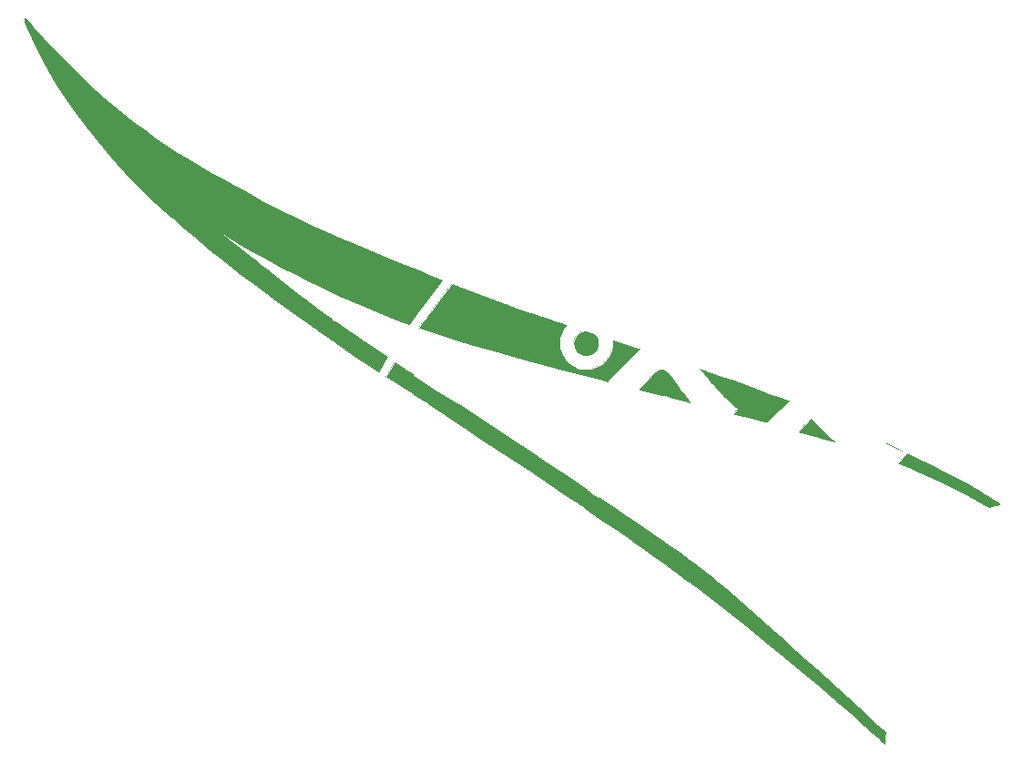
<source format=gbo>
G04 #@! TF.GenerationSoftware,KiCad,Pcbnew,(5.1.10)-1*
G04 #@! TF.CreationDate,2021-10-25T12:42:06+03:00*
G04 #@! TF.ProjectId,bottom_plate,626f7474-6f6d-45f7-906c-6174652e6b69,rev?*
G04 #@! TF.SameCoordinates,Original*
G04 #@! TF.FileFunction,Legend,Bot*
G04 #@! TF.FilePolarity,Positive*
%FSLAX46Y46*%
G04 Gerber Fmt 4.6, Leading zero omitted, Abs format (unit mm)*
G04 Created by KiCad (PCBNEW (5.1.10)-1) date 2021-10-25 12:42:06*
%MOMM*%
%LPD*%
G01*
G04 APERTURE LIST*
%ADD10C,0.010000*%
%ADD11C,3.800000*%
G04 APERTURE END LIST*
D10*
G36*
X91464709Y-71135000D02*
G01*
X91467651Y-71239216D01*
X91505267Y-71405051D01*
X91574759Y-71626077D01*
X91673329Y-71895867D01*
X91798179Y-72207991D01*
X91946511Y-72556021D01*
X92115526Y-72933530D01*
X92302428Y-73334087D01*
X92504418Y-73751266D01*
X92718697Y-74178637D01*
X92942469Y-74609773D01*
X93172934Y-75038244D01*
X93360805Y-75375771D01*
X94216705Y-76827388D01*
X95137068Y-78272429D01*
X96115212Y-79702750D01*
X97144454Y-81110201D01*
X98218111Y-82486635D01*
X99329500Y-83823907D01*
X100471939Y-85113867D01*
X101638744Y-86348370D01*
X102823233Y-87519267D01*
X104018724Y-88618412D01*
X104720471Y-89224853D01*
X104973222Y-89440114D01*
X105260449Y-89688050D01*
X105554102Y-89944251D01*
X105826129Y-90184305D01*
X105948137Y-90293223D01*
X106578204Y-90848521D01*
X107276638Y-91445314D01*
X108039707Y-92080706D01*
X108863682Y-92751802D01*
X109744832Y-93455706D01*
X110679427Y-94189522D01*
X111663738Y-94950353D01*
X112694033Y-95735305D01*
X113766583Y-96541481D01*
X114877658Y-97365986D01*
X116023526Y-98205923D01*
X117200459Y-99058397D01*
X117712067Y-99425877D01*
X118309829Y-99852608D01*
X118888693Y-100262447D01*
X119456742Y-100660850D01*
X120022060Y-101053273D01*
X120592731Y-101445173D01*
X121176839Y-101842006D01*
X121782468Y-102249228D01*
X122417703Y-102672297D01*
X123090626Y-103116668D01*
X123809324Y-103587798D01*
X124581878Y-104091143D01*
X125416374Y-104632160D01*
X125634662Y-104773318D01*
X126752416Y-105497346D01*
X127891523Y-106238211D01*
X129048012Y-106993239D01*
X130217910Y-107759754D01*
X131397244Y-108535081D01*
X132582041Y-109316544D01*
X133768327Y-110101469D01*
X134952131Y-110887179D01*
X136129479Y-111670999D01*
X137296398Y-112450254D01*
X138448915Y-113222269D01*
X139583058Y-113984367D01*
X140694853Y-114733875D01*
X141780328Y-115468116D01*
X142835510Y-116184415D01*
X143856425Y-116880096D01*
X144839102Y-117552485D01*
X145779566Y-118198906D01*
X146673846Y-118816683D01*
X147517968Y-119403142D01*
X148307959Y-119955606D01*
X149039847Y-120471401D01*
X149709658Y-120947851D01*
X150313419Y-121382281D01*
X150499233Y-121517235D01*
X151093689Y-121950454D01*
X151628349Y-122340865D01*
X152112183Y-122695061D01*
X152554156Y-123019634D01*
X152963235Y-123321176D01*
X153348389Y-123606279D01*
X153718584Y-123881535D01*
X153933765Y-124042101D01*
X155464041Y-125199337D01*
X157036563Y-126415417D01*
X158641645Y-127682318D01*
X160269598Y-128992016D01*
X161910737Y-130336488D01*
X163555374Y-131707709D01*
X165193822Y-133097656D01*
X166816394Y-134498305D01*
X168413403Y-135901633D01*
X169975161Y-137299615D01*
X170353567Y-137642440D01*
X170570072Y-137839293D01*
X170774648Y-138025723D01*
X170955831Y-138191248D01*
X171102155Y-138325388D01*
X171202155Y-138417662D01*
X171228100Y-138441897D01*
X171382967Y-138587766D01*
X171406974Y-138318383D01*
X171423272Y-138116771D01*
X171438588Y-137897022D01*
X171445362Y-137783689D01*
X171459741Y-137518378D01*
X170673821Y-136787685D01*
X169683604Y-135869130D01*
X168690902Y-134952326D01*
X167699190Y-134040373D01*
X166711946Y-133136367D01*
X165732646Y-132243405D01*
X164764766Y-131364585D01*
X163811783Y-130503004D01*
X162877173Y-129661760D01*
X161964412Y-128843949D01*
X161076978Y-128052669D01*
X160218346Y-127291017D01*
X159391994Y-126562092D01*
X158601397Y-125868988D01*
X157850033Y-125214806D01*
X157141377Y-124602640D01*
X156478906Y-124035590D01*
X155866096Y-123516752D01*
X155306425Y-123049223D01*
X154803368Y-122636100D01*
X154654400Y-122515483D01*
X154378505Y-122298630D01*
X154033765Y-122037391D01*
X153622462Y-121733312D01*
X153146873Y-121387939D01*
X152609280Y-121002819D01*
X152011963Y-120579498D01*
X151357200Y-120119522D01*
X150647272Y-119624437D01*
X149884458Y-119095790D01*
X149071039Y-118535127D01*
X148209295Y-117943994D01*
X147301505Y-117323938D01*
X146349948Y-116676504D01*
X145356906Y-116003240D01*
X144324658Y-115305691D01*
X143255483Y-114585405D01*
X142151661Y-113843926D01*
X141015473Y-113082801D01*
X139849198Y-112303577D01*
X138655116Y-111507800D01*
X137435507Y-110697017D01*
X136192650Y-109872772D01*
X134928826Y-109036614D01*
X133646315Y-108190088D01*
X132347395Y-107334740D01*
X131034348Y-106472117D01*
X130009900Y-105800501D01*
X128910442Y-105079441D01*
X127878416Y-104400614D01*
X126909607Y-103761141D01*
X125999797Y-103158144D01*
X125144772Y-102588744D01*
X124340315Y-102050065D01*
X123582210Y-101539228D01*
X122866240Y-101053354D01*
X122188190Y-100589566D01*
X121543844Y-100144986D01*
X120928985Y-99716736D01*
X120339397Y-99301937D01*
X119770864Y-98897713D01*
X119219170Y-98501183D01*
X118680099Y-98109472D01*
X118149435Y-97719700D01*
X117881400Y-97521274D01*
X117706015Y-97389334D01*
X117476824Y-97214107D01*
X117199206Y-96999856D01*
X116878540Y-96750845D01*
X116520205Y-96471339D01*
X116129580Y-96165601D01*
X115712043Y-95837897D01*
X115272975Y-95492489D01*
X114817754Y-95133643D01*
X114351758Y-94765621D01*
X113880367Y-94392690D01*
X113408960Y-94019111D01*
X112942916Y-93649150D01*
X112487613Y-93287071D01*
X112048431Y-92937138D01*
X111630748Y-92603614D01*
X111239944Y-92290765D01*
X110881398Y-92002853D01*
X110560488Y-91744145D01*
X110282593Y-91518902D01*
X110053093Y-91331390D01*
X109877366Y-91185873D01*
X109760791Y-91086614D01*
X109732233Y-91061098D01*
X109562900Y-90905697D01*
X109816900Y-91070744D01*
X110394665Y-91437563D01*
X111040798Y-91832256D01*
X111745739Y-92249602D01*
X112499923Y-92684382D01*
X113293791Y-93131376D01*
X114117778Y-93585363D01*
X114962322Y-94041123D01*
X115817863Y-94493438D01*
X116674837Y-94937085D01*
X117523682Y-95366846D01*
X118354836Y-95777501D01*
X119066733Y-96120214D01*
X120954668Y-96995802D01*
X122800889Y-97808756D01*
X124615897Y-98563090D01*
X126410194Y-99262821D01*
X128194282Y-99911961D01*
X129978662Y-100514525D01*
X131773837Y-101074528D01*
X132846233Y-101387712D01*
X133805682Y-101659145D01*
X134840042Y-101948353D01*
X135941891Y-102253371D01*
X137103806Y-102572235D01*
X138318366Y-102902980D01*
X139578148Y-103243642D01*
X140875731Y-103592256D01*
X142203690Y-103946858D01*
X143554606Y-104305483D01*
X144921055Y-104666166D01*
X146295615Y-105026943D01*
X147670863Y-105385849D01*
X149039378Y-105740920D01*
X150393738Y-106090192D01*
X151726519Y-106431699D01*
X153030301Y-106763477D01*
X154297659Y-107083562D01*
X155521174Y-107389989D01*
X155558067Y-107399185D01*
X156257845Y-107576153D01*
X157027006Y-107775309D01*
X157854157Y-107993468D01*
X158727905Y-108227449D01*
X159636856Y-108474068D01*
X160569617Y-108730141D01*
X161514796Y-108992485D01*
X162460998Y-109257916D01*
X163396832Y-109523252D01*
X164310903Y-109785309D01*
X165191819Y-110040904D01*
X166028187Y-110286853D01*
X166808613Y-110519973D01*
X167521705Y-110737080D01*
X167686567Y-110788000D01*
X169208127Y-111274061D01*
X170658973Y-111768507D01*
X172053018Y-112277241D01*
X173404177Y-112806168D01*
X174726367Y-113361190D01*
X176033501Y-113948212D01*
X177339496Y-114573136D01*
X178658265Y-115241868D01*
X180003724Y-115960310D01*
X180427504Y-116193541D01*
X181145774Y-116591503D01*
X181612837Y-116446698D01*
X181800505Y-116386896D01*
X181958022Y-116333663D01*
X182067908Y-116293108D01*
X182111822Y-116272325D01*
X182085713Y-116243522D01*
X181994315Y-116177560D01*
X181845794Y-116079387D01*
X181648315Y-115953948D01*
X181410044Y-115806189D01*
X181139146Y-115641057D01*
X180843789Y-115463498D01*
X180532137Y-115278457D01*
X180212357Y-115090882D01*
X179892614Y-114905718D01*
X179581074Y-114727911D01*
X179321478Y-114582172D01*
X178209341Y-113974698D01*
X177023743Y-113348451D01*
X175772796Y-112707334D01*
X174464611Y-112055252D01*
X173107302Y-111396110D01*
X171708980Y-110733810D01*
X170277756Y-110072256D01*
X168821745Y-109415354D01*
X167349056Y-108767006D01*
X166289567Y-108310510D01*
X165091795Y-107803259D01*
X163946856Y-107327223D01*
X162841035Y-106877230D01*
X161760613Y-106448108D01*
X160691876Y-106034686D01*
X159621105Y-105631792D01*
X158534584Y-105234255D01*
X157418596Y-104836903D01*
X156259425Y-104434563D01*
X155043354Y-104022065D01*
X153949400Y-103657837D01*
X153528276Y-103518715D01*
X153034858Y-103355743D01*
X152477255Y-103171596D01*
X151863576Y-102968951D01*
X151201929Y-102750487D01*
X150500425Y-102518879D01*
X149767172Y-102276806D01*
X149010279Y-102026943D01*
X148237855Y-101771969D01*
X147458010Y-101514560D01*
X146678852Y-101257393D01*
X145908491Y-101003146D01*
X145155035Y-100754495D01*
X144972193Y-100694157D01*
X144101422Y-100406778D01*
X143306300Y-100144274D01*
X142582056Y-99905027D01*
X141923926Y-99687417D01*
X141327140Y-99489825D01*
X140786932Y-99310634D01*
X140298534Y-99148223D01*
X139857179Y-99000974D01*
X139458099Y-98867269D01*
X139096527Y-98745488D01*
X138767696Y-98634013D01*
X138466838Y-98531224D01*
X138189186Y-98435504D01*
X137929972Y-98345232D01*
X137684428Y-98258791D01*
X137447789Y-98174561D01*
X137215285Y-98090924D01*
X136982151Y-98006261D01*
X136743617Y-97918952D01*
X136494918Y-97827380D01*
X136231285Y-97729925D01*
X136105900Y-97683494D01*
X134761672Y-97181996D01*
X133415382Y-96672778D01*
X132071623Y-96157765D01*
X130734989Y-95638880D01*
X129410074Y-95118048D01*
X128101471Y-94597192D01*
X126813773Y-94078237D01*
X125551575Y-93563105D01*
X124319469Y-93053720D01*
X123122050Y-92552007D01*
X121963911Y-92059890D01*
X120849645Y-91579291D01*
X119783846Y-91112135D01*
X118771107Y-90660346D01*
X117816023Y-90225847D01*
X116923186Y-89810563D01*
X116097190Y-89416417D01*
X115342629Y-89045333D01*
X114706400Y-88721245D01*
X114479298Y-88601805D01*
X114187784Y-88446183D01*
X113841314Y-88259574D01*
X113449346Y-88047170D01*
X113021337Y-87814166D01*
X112566742Y-87565754D01*
X112095019Y-87307127D01*
X111615625Y-87043481D01*
X111138016Y-86780007D01*
X110671648Y-86521899D01*
X110225980Y-86274352D01*
X109810466Y-86042558D01*
X109434565Y-85831710D01*
X109107732Y-85647003D01*
X109084268Y-85633670D01*
X107845068Y-84918026D01*
X106677508Y-84219830D01*
X105572101Y-83532303D01*
X104519359Y-82848668D01*
X103509796Y-82162148D01*
X102533925Y-81465964D01*
X101582257Y-80753341D01*
X100645306Y-80017499D01*
X99713585Y-79251662D01*
X98777606Y-78449053D01*
X97827883Y-77602893D01*
X97773067Y-77553144D01*
X97311912Y-77126358D01*
X96806125Y-76644023D01*
X96265105Y-76115771D01*
X95698254Y-75551235D01*
X95114974Y-74960048D01*
X94524665Y-74351843D01*
X93936730Y-73736252D01*
X93360569Y-73122909D01*
X92805584Y-72521445D01*
X92281175Y-71941495D01*
X92123656Y-71764619D01*
X91946346Y-71566464D01*
X91787099Y-71391790D01*
X91654663Y-71249920D01*
X91557782Y-71150180D01*
X91505202Y-71101896D01*
X91499239Y-71098834D01*
X91464709Y-71135000D01*
G37*
X91464709Y-71135000D02*
X91467651Y-71239216D01*
X91505267Y-71405051D01*
X91574759Y-71626077D01*
X91673329Y-71895867D01*
X91798179Y-72207991D01*
X91946511Y-72556021D01*
X92115526Y-72933530D01*
X92302428Y-73334087D01*
X92504418Y-73751266D01*
X92718697Y-74178637D01*
X92942469Y-74609773D01*
X93172934Y-75038244D01*
X93360805Y-75375771D01*
X94216705Y-76827388D01*
X95137068Y-78272429D01*
X96115212Y-79702750D01*
X97144454Y-81110201D01*
X98218111Y-82486635D01*
X99329500Y-83823907D01*
X100471939Y-85113867D01*
X101638744Y-86348370D01*
X102823233Y-87519267D01*
X104018724Y-88618412D01*
X104720471Y-89224853D01*
X104973222Y-89440114D01*
X105260449Y-89688050D01*
X105554102Y-89944251D01*
X105826129Y-90184305D01*
X105948137Y-90293223D01*
X106578204Y-90848521D01*
X107276638Y-91445314D01*
X108039707Y-92080706D01*
X108863682Y-92751802D01*
X109744832Y-93455706D01*
X110679427Y-94189522D01*
X111663738Y-94950353D01*
X112694033Y-95735305D01*
X113766583Y-96541481D01*
X114877658Y-97365986D01*
X116023526Y-98205923D01*
X117200459Y-99058397D01*
X117712067Y-99425877D01*
X118309829Y-99852608D01*
X118888693Y-100262447D01*
X119456742Y-100660850D01*
X120022060Y-101053273D01*
X120592731Y-101445173D01*
X121176839Y-101842006D01*
X121782468Y-102249228D01*
X122417703Y-102672297D01*
X123090626Y-103116668D01*
X123809324Y-103587798D01*
X124581878Y-104091143D01*
X125416374Y-104632160D01*
X125634662Y-104773318D01*
X126752416Y-105497346D01*
X127891523Y-106238211D01*
X129048012Y-106993239D01*
X130217910Y-107759754D01*
X131397244Y-108535081D01*
X132582041Y-109316544D01*
X133768327Y-110101469D01*
X134952131Y-110887179D01*
X136129479Y-111670999D01*
X137296398Y-112450254D01*
X138448915Y-113222269D01*
X139583058Y-113984367D01*
X140694853Y-114733875D01*
X141780328Y-115468116D01*
X142835510Y-116184415D01*
X143856425Y-116880096D01*
X144839102Y-117552485D01*
X145779566Y-118198906D01*
X146673846Y-118816683D01*
X147517968Y-119403142D01*
X148307959Y-119955606D01*
X149039847Y-120471401D01*
X149709658Y-120947851D01*
X150313419Y-121382281D01*
X150499233Y-121517235D01*
X151093689Y-121950454D01*
X151628349Y-122340865D01*
X152112183Y-122695061D01*
X152554156Y-123019634D01*
X152963235Y-123321176D01*
X153348389Y-123606279D01*
X153718584Y-123881535D01*
X153933765Y-124042101D01*
X155464041Y-125199337D01*
X157036563Y-126415417D01*
X158641645Y-127682318D01*
X160269598Y-128992016D01*
X161910737Y-130336488D01*
X163555374Y-131707709D01*
X165193822Y-133097656D01*
X166816394Y-134498305D01*
X168413403Y-135901633D01*
X169975161Y-137299615D01*
X170353567Y-137642440D01*
X170570072Y-137839293D01*
X170774648Y-138025723D01*
X170955831Y-138191248D01*
X171102155Y-138325388D01*
X171202155Y-138417662D01*
X171228100Y-138441897D01*
X171382967Y-138587766D01*
X171406974Y-138318383D01*
X171423272Y-138116771D01*
X171438588Y-137897022D01*
X171445362Y-137783689D01*
X171459741Y-137518378D01*
X170673821Y-136787685D01*
X169683604Y-135869130D01*
X168690902Y-134952326D01*
X167699190Y-134040373D01*
X166711946Y-133136367D01*
X165732646Y-132243405D01*
X164764766Y-131364585D01*
X163811783Y-130503004D01*
X162877173Y-129661760D01*
X161964412Y-128843949D01*
X161076978Y-128052669D01*
X160218346Y-127291017D01*
X159391994Y-126562092D01*
X158601397Y-125868988D01*
X157850033Y-125214806D01*
X157141377Y-124602640D01*
X156478906Y-124035590D01*
X155866096Y-123516752D01*
X155306425Y-123049223D01*
X154803368Y-122636100D01*
X154654400Y-122515483D01*
X154378505Y-122298630D01*
X154033765Y-122037391D01*
X153622462Y-121733312D01*
X153146873Y-121387939D01*
X152609280Y-121002819D01*
X152011963Y-120579498D01*
X151357200Y-120119522D01*
X150647272Y-119624437D01*
X149884458Y-119095790D01*
X149071039Y-118535127D01*
X148209295Y-117943994D01*
X147301505Y-117323938D01*
X146349948Y-116676504D01*
X145356906Y-116003240D01*
X144324658Y-115305691D01*
X143255483Y-114585405D01*
X142151661Y-113843926D01*
X141015473Y-113082801D01*
X139849198Y-112303577D01*
X138655116Y-111507800D01*
X137435507Y-110697017D01*
X136192650Y-109872772D01*
X134928826Y-109036614D01*
X133646315Y-108190088D01*
X132347395Y-107334740D01*
X131034348Y-106472117D01*
X130009900Y-105800501D01*
X128910442Y-105079441D01*
X127878416Y-104400614D01*
X126909607Y-103761141D01*
X125999797Y-103158144D01*
X125144772Y-102588744D01*
X124340315Y-102050065D01*
X123582210Y-101539228D01*
X122866240Y-101053354D01*
X122188190Y-100589566D01*
X121543844Y-100144986D01*
X120928985Y-99716736D01*
X120339397Y-99301937D01*
X119770864Y-98897713D01*
X119219170Y-98501183D01*
X118680099Y-98109472D01*
X118149435Y-97719700D01*
X117881400Y-97521274D01*
X117706015Y-97389334D01*
X117476824Y-97214107D01*
X117199206Y-96999856D01*
X116878540Y-96750845D01*
X116520205Y-96471339D01*
X116129580Y-96165601D01*
X115712043Y-95837897D01*
X115272975Y-95492489D01*
X114817754Y-95133643D01*
X114351758Y-94765621D01*
X113880367Y-94392690D01*
X113408960Y-94019111D01*
X112942916Y-93649150D01*
X112487613Y-93287071D01*
X112048431Y-92937138D01*
X111630748Y-92603614D01*
X111239944Y-92290765D01*
X110881398Y-92002853D01*
X110560488Y-91744145D01*
X110282593Y-91518902D01*
X110053093Y-91331390D01*
X109877366Y-91185873D01*
X109760791Y-91086614D01*
X109732233Y-91061098D01*
X109562900Y-90905697D01*
X109816900Y-91070744D01*
X110394665Y-91437563D01*
X111040798Y-91832256D01*
X111745739Y-92249602D01*
X112499923Y-92684382D01*
X113293791Y-93131376D01*
X114117778Y-93585363D01*
X114962322Y-94041123D01*
X115817863Y-94493438D01*
X116674837Y-94937085D01*
X117523682Y-95366846D01*
X118354836Y-95777501D01*
X119066733Y-96120214D01*
X120954668Y-96995802D01*
X122800889Y-97808756D01*
X124615897Y-98563090D01*
X126410194Y-99262821D01*
X128194282Y-99911961D01*
X129978662Y-100514525D01*
X131773837Y-101074528D01*
X132846233Y-101387712D01*
X133805682Y-101659145D01*
X134840042Y-101948353D01*
X135941891Y-102253371D01*
X137103806Y-102572235D01*
X138318366Y-102902980D01*
X139578148Y-103243642D01*
X140875731Y-103592256D01*
X142203690Y-103946858D01*
X143554606Y-104305483D01*
X144921055Y-104666166D01*
X146295615Y-105026943D01*
X147670863Y-105385849D01*
X149039378Y-105740920D01*
X150393738Y-106090192D01*
X151726519Y-106431699D01*
X153030301Y-106763477D01*
X154297659Y-107083562D01*
X155521174Y-107389989D01*
X155558067Y-107399185D01*
X156257845Y-107576153D01*
X157027006Y-107775309D01*
X157854157Y-107993468D01*
X158727905Y-108227449D01*
X159636856Y-108474068D01*
X160569617Y-108730141D01*
X161514796Y-108992485D01*
X162460998Y-109257916D01*
X163396832Y-109523252D01*
X164310903Y-109785309D01*
X165191819Y-110040904D01*
X166028187Y-110286853D01*
X166808613Y-110519973D01*
X167521705Y-110737080D01*
X167686567Y-110788000D01*
X169208127Y-111274061D01*
X170658973Y-111768507D01*
X172053018Y-112277241D01*
X173404177Y-112806168D01*
X174726367Y-113361190D01*
X176033501Y-113948212D01*
X177339496Y-114573136D01*
X178658265Y-115241868D01*
X180003724Y-115960310D01*
X180427504Y-116193541D01*
X181145774Y-116591503D01*
X181612837Y-116446698D01*
X181800505Y-116386896D01*
X181958022Y-116333663D01*
X182067908Y-116293108D01*
X182111822Y-116272325D01*
X182085713Y-116243522D01*
X181994315Y-116177560D01*
X181845794Y-116079387D01*
X181648315Y-115953948D01*
X181410044Y-115806189D01*
X181139146Y-115641057D01*
X180843789Y-115463498D01*
X180532137Y-115278457D01*
X180212357Y-115090882D01*
X179892614Y-114905718D01*
X179581074Y-114727911D01*
X179321478Y-114582172D01*
X178209341Y-113974698D01*
X177023743Y-113348451D01*
X175772796Y-112707334D01*
X174464611Y-112055252D01*
X173107302Y-111396110D01*
X171708980Y-110733810D01*
X170277756Y-110072256D01*
X168821745Y-109415354D01*
X167349056Y-108767006D01*
X166289567Y-108310510D01*
X165091795Y-107803259D01*
X163946856Y-107327223D01*
X162841035Y-106877230D01*
X161760613Y-106448108D01*
X160691876Y-106034686D01*
X159621105Y-105631792D01*
X158534584Y-105234255D01*
X157418596Y-104836903D01*
X156259425Y-104434563D01*
X155043354Y-104022065D01*
X153949400Y-103657837D01*
X153528276Y-103518715D01*
X153034858Y-103355743D01*
X152477255Y-103171596D01*
X151863576Y-102968951D01*
X151201929Y-102750487D01*
X150500425Y-102518879D01*
X149767172Y-102276806D01*
X149010279Y-102026943D01*
X148237855Y-101771969D01*
X147458010Y-101514560D01*
X146678852Y-101257393D01*
X145908491Y-101003146D01*
X145155035Y-100754495D01*
X144972193Y-100694157D01*
X144101422Y-100406778D01*
X143306300Y-100144274D01*
X142582056Y-99905027D01*
X141923926Y-99687417D01*
X141327140Y-99489825D01*
X140786932Y-99310634D01*
X140298534Y-99148223D01*
X139857179Y-99000974D01*
X139458099Y-98867269D01*
X139096527Y-98745488D01*
X138767696Y-98634013D01*
X138466838Y-98531224D01*
X138189186Y-98435504D01*
X137929972Y-98345232D01*
X137684428Y-98258791D01*
X137447789Y-98174561D01*
X137215285Y-98090924D01*
X136982151Y-98006261D01*
X136743617Y-97918952D01*
X136494918Y-97827380D01*
X136231285Y-97729925D01*
X136105900Y-97683494D01*
X134761672Y-97181996D01*
X133415382Y-96672778D01*
X132071623Y-96157765D01*
X130734989Y-95638880D01*
X129410074Y-95118048D01*
X128101471Y-94597192D01*
X126813773Y-94078237D01*
X125551575Y-93563105D01*
X124319469Y-93053720D01*
X123122050Y-92552007D01*
X121963911Y-92059890D01*
X120849645Y-91579291D01*
X119783846Y-91112135D01*
X118771107Y-90660346D01*
X117816023Y-90225847D01*
X116923186Y-89810563D01*
X116097190Y-89416417D01*
X115342629Y-89045333D01*
X114706400Y-88721245D01*
X114479298Y-88601805D01*
X114187784Y-88446183D01*
X113841314Y-88259574D01*
X113449346Y-88047170D01*
X113021337Y-87814166D01*
X112566742Y-87565754D01*
X112095019Y-87307127D01*
X111615625Y-87043481D01*
X111138016Y-86780007D01*
X110671648Y-86521899D01*
X110225980Y-86274352D01*
X109810466Y-86042558D01*
X109434565Y-85831710D01*
X109107732Y-85647003D01*
X109084268Y-85633670D01*
X107845068Y-84918026D01*
X106677508Y-84219830D01*
X105572101Y-83532303D01*
X104519359Y-82848668D01*
X103509796Y-82162148D01*
X102533925Y-81465964D01*
X101582257Y-80753341D01*
X100645306Y-80017499D01*
X99713585Y-79251662D01*
X98777606Y-78449053D01*
X97827883Y-77602893D01*
X97773067Y-77553144D01*
X97311912Y-77126358D01*
X96806125Y-76644023D01*
X96265105Y-76115771D01*
X95698254Y-75551235D01*
X95114974Y-74960048D01*
X94524665Y-74351843D01*
X93936730Y-73736252D01*
X93360569Y-73122909D01*
X92805584Y-72521445D01*
X92281175Y-71941495D01*
X92123656Y-71764619D01*
X91946346Y-71566464D01*
X91787099Y-71391790D01*
X91654663Y-71249920D01*
X91557782Y-71150180D01*
X91505202Y-71101896D01*
X91499239Y-71098834D01*
X91464709Y-71135000D01*
%LPC*%
G36*
X120090083Y-99103128D02*
G01*
X120074266Y-99121783D01*
X120106001Y-99166648D01*
X120158933Y-99206809D01*
X120222359Y-99237017D01*
X120242493Y-99205916D01*
X120243600Y-99174659D01*
X120213844Y-99103659D01*
X120158933Y-99089633D01*
X120090083Y-99103128D01*
G37*
X120090083Y-99103128D02*
X120074266Y-99121783D01*
X120106001Y-99166648D01*
X120158933Y-99206809D01*
X120222359Y-99237017D01*
X120242493Y-99205916D01*
X120243600Y-99174659D01*
X120213844Y-99103659D01*
X120158933Y-99089633D01*
X120090083Y-99103128D01*
G36*
X143356967Y-98947760D02*
G01*
X142934266Y-99039651D01*
X142541609Y-99203133D01*
X142186607Y-99432324D01*
X141876872Y-99721339D01*
X141620016Y-100064295D01*
X141423650Y-100455309D01*
X141299704Y-100867633D01*
X141249404Y-101303957D01*
X141281237Y-101734258D01*
X141392696Y-102150326D01*
X141581277Y-102543952D01*
X141844473Y-102906923D01*
X141960159Y-103031702D01*
X142291765Y-103308932D01*
X142668802Y-103522042D01*
X143077522Y-103666800D01*
X143504178Y-103738971D01*
X143935022Y-103734322D01*
X144140766Y-103703264D01*
X144561548Y-103577620D01*
X144947364Y-103379729D01*
X145289821Y-103117701D01*
X145580524Y-102799648D01*
X145811079Y-102433682D01*
X145973091Y-102027913D01*
X146006987Y-101900004D01*
X146050853Y-101602329D01*
X146056748Y-101317394D01*
X144838337Y-101317394D01*
X144802650Y-101646312D01*
X144694614Y-101932104D01*
X144516528Y-102171398D01*
X144270687Y-102360823D01*
X144058081Y-102462496D01*
X143876494Y-102503474D01*
X143652437Y-102512432D01*
X143421548Y-102490022D01*
X143249084Y-102447670D01*
X143032026Y-102335259D01*
X142825672Y-102161561D01*
X142625215Y-101908528D01*
X142505615Y-101634379D01*
X142467911Y-101344921D01*
X142513142Y-101045960D01*
X142589992Y-100844011D01*
X142760188Y-100573832D01*
X142979223Y-100366053D01*
X143235581Y-100224721D01*
X143517745Y-100153887D01*
X143814199Y-100157600D01*
X144113428Y-100239909D01*
X144198096Y-100278566D01*
X144460592Y-100453330D01*
X144657188Y-100679405D01*
X144783949Y-100950407D01*
X144836941Y-101259956D01*
X144838337Y-101317394D01*
X146056748Y-101317394D01*
X146057775Y-101267761D01*
X146029455Y-100931046D01*
X145967592Y-100626934D01*
X145940473Y-100540702D01*
X145753927Y-100129740D01*
X145503457Y-99770171D01*
X145196203Y-99467362D01*
X144839305Y-99226680D01*
X144439903Y-99053492D01*
X144005137Y-98953164D01*
X143802100Y-98933346D01*
X143356967Y-98947760D01*
G37*
X143356967Y-98947760D02*
X142934266Y-99039651D01*
X142541609Y-99203133D01*
X142186607Y-99432324D01*
X141876872Y-99721339D01*
X141620016Y-100064295D01*
X141423650Y-100455309D01*
X141299704Y-100867633D01*
X141249404Y-101303957D01*
X141281237Y-101734258D01*
X141392696Y-102150326D01*
X141581277Y-102543952D01*
X141844473Y-102906923D01*
X141960159Y-103031702D01*
X142291765Y-103308932D01*
X142668802Y-103522042D01*
X143077522Y-103666800D01*
X143504178Y-103738971D01*
X143935022Y-103734322D01*
X144140766Y-103703264D01*
X144561548Y-103577620D01*
X144947364Y-103379729D01*
X145289821Y-103117701D01*
X145580524Y-102799648D01*
X145811079Y-102433682D01*
X145973091Y-102027913D01*
X146006987Y-101900004D01*
X146050853Y-101602329D01*
X146056748Y-101317394D01*
X144838337Y-101317394D01*
X144802650Y-101646312D01*
X144694614Y-101932104D01*
X144516528Y-102171398D01*
X144270687Y-102360823D01*
X144058081Y-102462496D01*
X143876494Y-102503474D01*
X143652437Y-102512432D01*
X143421548Y-102490022D01*
X143249084Y-102447670D01*
X143032026Y-102335259D01*
X142825672Y-102161561D01*
X142625215Y-101908528D01*
X142505615Y-101634379D01*
X142467911Y-101344921D01*
X142513142Y-101045960D01*
X142589992Y-100844011D01*
X142760188Y-100573832D01*
X142979223Y-100366053D01*
X143235581Y-100224721D01*
X143517745Y-100153887D01*
X143814199Y-100157600D01*
X144113428Y-100239909D01*
X144198096Y-100278566D01*
X144460592Y-100453330D01*
X144657188Y-100679405D01*
X144783949Y-100950407D01*
X144836941Y-101259956D01*
X144838337Y-101317394D01*
X146056748Y-101317394D01*
X146057775Y-101267761D01*
X146029455Y-100931046D01*
X145967592Y-100626934D01*
X145940473Y-100540702D01*
X145753927Y-100129740D01*
X145503457Y-99770171D01*
X145196203Y-99467362D01*
X144839305Y-99226680D01*
X144439903Y-99053492D01*
X144005137Y-98953164D01*
X143802100Y-98933346D01*
X143356967Y-98947760D01*
G36*
X138584516Y-104149249D02*
G01*
X138437117Y-104162404D01*
X138247572Y-104179306D01*
X138065933Y-104195494D01*
X137982978Y-104199353D01*
X137820987Y-104203488D01*
X137585593Y-104207842D01*
X137282427Y-104212357D01*
X136917118Y-104216978D01*
X136495300Y-104221648D01*
X136022602Y-104226310D01*
X135504656Y-104230906D01*
X134947094Y-104235381D01*
X134355545Y-104239677D01*
X133735642Y-104243739D01*
X133093015Y-104247508D01*
X132695585Y-104249623D01*
X127642738Y-104275467D01*
X129691838Y-105614328D01*
X131740938Y-106953190D01*
X135019852Y-106980492D01*
X135545796Y-106985155D01*
X136051907Y-106990189D01*
X136531095Y-106995491D01*
X136976265Y-107000958D01*
X137380327Y-107006485D01*
X137736186Y-107011969D01*
X138036752Y-107017307D01*
X138274930Y-107022395D01*
X138443630Y-107027128D01*
X138535757Y-107031405D01*
X138542183Y-107031965D01*
X138785600Y-107056136D01*
X138785600Y-104131289D01*
X138584516Y-104149249D01*
G37*
X138584516Y-104149249D02*
X138437117Y-104162404D01*
X138247572Y-104179306D01*
X138065933Y-104195494D01*
X137982978Y-104199353D01*
X137820987Y-104203488D01*
X137585593Y-104207842D01*
X137282427Y-104212357D01*
X136917118Y-104216978D01*
X136495300Y-104221648D01*
X136022602Y-104226310D01*
X135504656Y-104230906D01*
X134947094Y-104235381D01*
X134355545Y-104239677D01*
X133735642Y-104243739D01*
X133093015Y-104247508D01*
X132695585Y-104249623D01*
X127642738Y-104275467D01*
X129691838Y-105614328D01*
X131740938Y-106953190D01*
X135019852Y-106980492D01*
X135545796Y-106985155D01*
X136051907Y-106990189D01*
X136531095Y-106995491D01*
X136976265Y-107000958D01*
X137380327Y-107006485D01*
X137736186Y-107011969D01*
X138036752Y-107017307D01*
X138274930Y-107022395D01*
X138443630Y-107027128D01*
X138535757Y-107031405D01*
X138542183Y-107031965D01*
X138785600Y-107056136D01*
X138785600Y-104131289D01*
X138584516Y-104149249D01*
G36*
X160872522Y-99010379D02*
G01*
X160802951Y-99041102D01*
X160705399Y-99099538D01*
X160570411Y-99191425D01*
X160388531Y-99322505D01*
X160150304Y-99498517D01*
X160110009Y-99528492D01*
X159892517Y-99691402D01*
X159699794Y-99837731D01*
X159541612Y-99959898D01*
X159427744Y-100050316D01*
X159367965Y-100101405D01*
X159361315Y-100109460D01*
X159380977Y-100154412D01*
X159435117Y-100254107D01*
X159514050Y-100391051D01*
X159560683Y-100469519D01*
X159650931Y-100629252D01*
X159763631Y-100842778D01*
X159886758Y-101086559D01*
X160008283Y-101337061D01*
X160056298Y-101439359D01*
X160611925Y-102588406D01*
X161175246Y-103656643D01*
X161748327Y-104647739D01*
X162333233Y-105565363D01*
X162586450Y-105934781D01*
X162918631Y-106408762D01*
X162717054Y-106590948D01*
X162406302Y-106875792D01*
X162074325Y-107187351D01*
X161725852Y-107520689D01*
X161365607Y-107870874D01*
X160998318Y-108232970D01*
X160628712Y-108602044D01*
X160261515Y-108973162D01*
X159901454Y-109341388D01*
X159553255Y-109701789D01*
X159221645Y-110049431D01*
X158911351Y-110379380D01*
X158627099Y-110686701D01*
X158373616Y-110966460D01*
X158155629Y-111213723D01*
X157977864Y-111423555D01*
X157845048Y-111591023D01*
X157761908Y-111711193D01*
X157733170Y-111779130D01*
X157736936Y-111789745D01*
X157859003Y-111899787D01*
X158020836Y-112042399D01*
X158213306Y-112209838D01*
X158427280Y-112394361D01*
X158653628Y-112588225D01*
X158883217Y-112783687D01*
X159106917Y-112973005D01*
X159315596Y-113148436D01*
X159500123Y-113302236D01*
X159651366Y-113426664D01*
X159760195Y-113513975D01*
X159817476Y-113556429D01*
X159823747Y-113559230D01*
X159858986Y-113523229D01*
X159937065Y-113430918D01*
X160049195Y-113293093D01*
X160186589Y-113120549D01*
X160333811Y-112932633D01*
X161058141Y-112034932D01*
X161858323Y-111106950D01*
X162732142Y-110151175D01*
X163677383Y-109170092D01*
X163760338Y-109086231D01*
X164530715Y-108308995D01*
X165215408Y-108982831D01*
X166221566Y-109928316D01*
X167239146Y-110794497D01*
X168275165Y-111586623D01*
X169336636Y-112309942D01*
X170430577Y-112969704D01*
X170865185Y-113209655D01*
X171080402Y-113324838D01*
X171269299Y-113424625D01*
X171419517Y-113502594D01*
X171518701Y-113552325D01*
X171554058Y-113567633D01*
X171587982Y-113538077D01*
X171672919Y-113454281D01*
X171801746Y-113323556D01*
X171967338Y-113153212D01*
X172162570Y-112950561D01*
X172380319Y-112722911D01*
X172506735Y-112590079D01*
X172733741Y-112350522D01*
X172941431Y-112130184D01*
X173122738Y-111936650D01*
X173270599Y-111777508D01*
X173377948Y-111660345D01*
X173437721Y-111592748D01*
X173447728Y-111579527D01*
X173416750Y-111550481D01*
X173323473Y-111500499D01*
X173184924Y-111438245D01*
X173109061Y-111407230D01*
X172457478Y-111125529D01*
X171769150Y-110784852D01*
X171058582Y-110393623D01*
X170340276Y-109960261D01*
X169628735Y-109493188D01*
X168938464Y-109000824D01*
X168848323Y-108933347D01*
X168321129Y-108521131D01*
X167786943Y-108074772D01*
X167258540Y-107606361D01*
X166748695Y-107127988D01*
X166270184Y-106651745D01*
X165835782Y-106189721D01*
X165458267Y-105754008D01*
X165357936Y-105630133D01*
X165024077Y-105193120D01*
X164688403Y-104721490D01*
X164361672Y-104232207D01*
X164054642Y-103742234D01*
X163778072Y-103268537D01*
X163542721Y-102828079D01*
X163419995Y-102574294D01*
X163350042Y-102416111D01*
X163273632Y-102233660D01*
X163197952Y-102045386D01*
X163130193Y-101869735D01*
X163077542Y-101725151D01*
X163047189Y-101630079D01*
X163042600Y-101605944D01*
X163083690Y-101601240D01*
X163201997Y-101597249D01*
X163390072Y-101593946D01*
X163640468Y-101591308D01*
X163945738Y-101589310D01*
X164298434Y-101587929D01*
X164691108Y-101587141D01*
X165116314Y-101586922D01*
X165566604Y-101587248D01*
X166034530Y-101588095D01*
X166512645Y-101589439D01*
X166993501Y-101591256D01*
X167469652Y-101593522D01*
X167933649Y-101596214D01*
X168378045Y-101599307D01*
X168795392Y-101602777D01*
X169178244Y-101606601D01*
X169519152Y-101610755D01*
X169810670Y-101615214D01*
X170045349Y-101619956D01*
X170215743Y-101624955D01*
X170302766Y-101629265D01*
X170554336Y-101647458D01*
X170817271Y-101666704D01*
X171058162Y-101684545D01*
X171223516Y-101696990D01*
X171593933Y-101725220D01*
X171593933Y-99078812D01*
X171435183Y-99103844D01*
X171281402Y-99124396D01*
X171093528Y-99142531D01*
X170867255Y-99158326D01*
X170598276Y-99171858D01*
X170282285Y-99183205D01*
X169914975Y-99192444D01*
X169492040Y-99199652D01*
X169009173Y-99204908D01*
X168462068Y-99208288D01*
X167846417Y-99209869D01*
X167157915Y-99209730D01*
X166392255Y-99207948D01*
X165773100Y-99205614D01*
X165092487Y-99202569D01*
X164491104Y-99199548D01*
X163963514Y-99196440D01*
X163504279Y-99193135D01*
X163107963Y-99189522D01*
X162769129Y-99185489D01*
X162482340Y-99180927D01*
X162242159Y-99175723D01*
X162043149Y-99169768D01*
X161879874Y-99162951D01*
X161746895Y-99155160D01*
X161638777Y-99146284D01*
X161550082Y-99136214D01*
X161475374Y-99124837D01*
X161433933Y-99117126D01*
X161255068Y-99079901D01*
X161096471Y-99043852D01*
X160985496Y-99015285D01*
X160965543Y-99009106D01*
X160923568Y-99001627D01*
X160872522Y-99010379D01*
G37*
X160872522Y-99010379D02*
X160802951Y-99041102D01*
X160705399Y-99099538D01*
X160570411Y-99191425D01*
X160388531Y-99322505D01*
X160150304Y-99498517D01*
X160110009Y-99528492D01*
X159892517Y-99691402D01*
X159699794Y-99837731D01*
X159541612Y-99959898D01*
X159427744Y-100050316D01*
X159367965Y-100101405D01*
X159361315Y-100109460D01*
X159380977Y-100154412D01*
X159435117Y-100254107D01*
X159514050Y-100391051D01*
X159560683Y-100469519D01*
X159650931Y-100629252D01*
X159763631Y-100842778D01*
X159886758Y-101086559D01*
X160008283Y-101337061D01*
X160056298Y-101439359D01*
X160611925Y-102588406D01*
X161175246Y-103656643D01*
X161748327Y-104647739D01*
X162333233Y-105565363D01*
X162586450Y-105934781D01*
X162918631Y-106408762D01*
X162717054Y-106590948D01*
X162406302Y-106875792D01*
X162074325Y-107187351D01*
X161725852Y-107520689D01*
X161365607Y-107870874D01*
X160998318Y-108232970D01*
X160628712Y-108602044D01*
X160261515Y-108973162D01*
X159901454Y-109341388D01*
X159553255Y-109701789D01*
X159221645Y-110049431D01*
X158911351Y-110379380D01*
X158627099Y-110686701D01*
X158373616Y-110966460D01*
X158155629Y-111213723D01*
X157977864Y-111423555D01*
X157845048Y-111591023D01*
X157761908Y-111711193D01*
X157733170Y-111779130D01*
X157736936Y-111789745D01*
X157859003Y-111899787D01*
X158020836Y-112042399D01*
X158213306Y-112209838D01*
X158427280Y-112394361D01*
X158653628Y-112588225D01*
X158883217Y-112783687D01*
X159106917Y-112973005D01*
X159315596Y-113148436D01*
X159500123Y-113302236D01*
X159651366Y-113426664D01*
X159760195Y-113513975D01*
X159817476Y-113556429D01*
X159823747Y-113559230D01*
X159858986Y-113523229D01*
X159937065Y-113430918D01*
X160049195Y-113293093D01*
X160186589Y-113120549D01*
X160333811Y-112932633D01*
X161058141Y-112034932D01*
X161858323Y-111106950D01*
X162732142Y-110151175D01*
X163677383Y-109170092D01*
X163760338Y-109086231D01*
X164530715Y-108308995D01*
X165215408Y-108982831D01*
X166221566Y-109928316D01*
X167239146Y-110794497D01*
X168275165Y-111586623D01*
X169336636Y-112309942D01*
X170430577Y-112969704D01*
X170865185Y-113209655D01*
X171080402Y-113324838D01*
X171269299Y-113424625D01*
X171419517Y-113502594D01*
X171518701Y-113552325D01*
X171554058Y-113567633D01*
X171587982Y-113538077D01*
X171672919Y-113454281D01*
X171801746Y-113323556D01*
X171967338Y-113153212D01*
X172162570Y-112950561D01*
X172380319Y-112722911D01*
X172506735Y-112590079D01*
X172733741Y-112350522D01*
X172941431Y-112130184D01*
X173122738Y-111936650D01*
X173270599Y-111777508D01*
X173377948Y-111660345D01*
X173437721Y-111592748D01*
X173447728Y-111579527D01*
X173416750Y-111550481D01*
X173323473Y-111500499D01*
X173184924Y-111438245D01*
X173109061Y-111407230D01*
X172457478Y-111125529D01*
X171769150Y-110784852D01*
X171058582Y-110393623D01*
X170340276Y-109960261D01*
X169628735Y-109493188D01*
X168938464Y-109000824D01*
X168848323Y-108933347D01*
X168321129Y-108521131D01*
X167786943Y-108074772D01*
X167258540Y-107606361D01*
X166748695Y-107127988D01*
X166270184Y-106651745D01*
X165835782Y-106189721D01*
X165458267Y-105754008D01*
X165357936Y-105630133D01*
X165024077Y-105193120D01*
X164688403Y-104721490D01*
X164361672Y-104232207D01*
X164054642Y-103742234D01*
X163778072Y-103268537D01*
X163542721Y-102828079D01*
X163419995Y-102574294D01*
X163350042Y-102416111D01*
X163273632Y-102233660D01*
X163197952Y-102045386D01*
X163130193Y-101869735D01*
X163077542Y-101725151D01*
X163047189Y-101630079D01*
X163042600Y-101605944D01*
X163083690Y-101601240D01*
X163201997Y-101597249D01*
X163390072Y-101593946D01*
X163640468Y-101591308D01*
X163945738Y-101589310D01*
X164298434Y-101587929D01*
X164691108Y-101587141D01*
X165116314Y-101586922D01*
X165566604Y-101587248D01*
X166034530Y-101588095D01*
X166512645Y-101589439D01*
X166993501Y-101591256D01*
X167469652Y-101593522D01*
X167933649Y-101596214D01*
X168378045Y-101599307D01*
X168795392Y-101602777D01*
X169178244Y-101606601D01*
X169519152Y-101610755D01*
X169810670Y-101615214D01*
X170045349Y-101619956D01*
X170215743Y-101624955D01*
X170302766Y-101629265D01*
X170554336Y-101647458D01*
X170817271Y-101666704D01*
X171058162Y-101684545D01*
X171223516Y-101696990D01*
X171593933Y-101725220D01*
X171593933Y-99078812D01*
X171435183Y-99103844D01*
X171281402Y-99124396D01*
X171093528Y-99142531D01*
X170867255Y-99158326D01*
X170598276Y-99171858D01*
X170282285Y-99183205D01*
X169914975Y-99192444D01*
X169492040Y-99199652D01*
X169009173Y-99204908D01*
X168462068Y-99208288D01*
X167846417Y-99209869D01*
X167157915Y-99209730D01*
X166392255Y-99207948D01*
X165773100Y-99205614D01*
X165092487Y-99202569D01*
X164491104Y-99199548D01*
X163963514Y-99196440D01*
X163504279Y-99193135D01*
X163107963Y-99189522D01*
X162769129Y-99185489D01*
X162482340Y-99180927D01*
X162242159Y-99175723D01*
X162043149Y-99169768D01*
X161879874Y-99162951D01*
X161746895Y-99155160D01*
X161638777Y-99146284D01*
X161550082Y-99136214D01*
X161475374Y-99124837D01*
X161433933Y-99117126D01*
X161255068Y-99079901D01*
X161096471Y-99043852D01*
X160985496Y-99015285D01*
X160965543Y-99009106D01*
X160923568Y-99001627D01*
X160872522Y-99010379D01*
G36*
X150664975Y-106270985D02*
G01*
X150589509Y-106384327D01*
X150480025Y-106546060D01*
X150343768Y-106745683D01*
X150187979Y-106972693D01*
X150019901Y-107216587D01*
X149846777Y-107466862D01*
X149675848Y-107713016D01*
X149514358Y-107944546D01*
X149369550Y-108150950D01*
X149248665Y-108321725D01*
X149214403Y-108369663D01*
X148650663Y-109143387D01*
X148064717Y-109924107D01*
X147464882Y-110701584D01*
X146859473Y-111465575D01*
X146256809Y-112205840D01*
X145665204Y-112912137D01*
X145092976Y-113574226D01*
X144548442Y-114181865D01*
X144130183Y-114630464D01*
X144003788Y-114765288D01*
X143902676Y-114877040D01*
X143839048Y-114951992D01*
X143823266Y-114975816D01*
X143855823Y-115004704D01*
X143943070Y-115069867D01*
X144069378Y-115160428D01*
X144219114Y-115265512D01*
X144376646Y-115374244D01*
X144526343Y-115475747D01*
X144652574Y-115559147D01*
X144739706Y-115613567D01*
X144740958Y-115614294D01*
X144777547Y-115587365D01*
X144862937Y-115494406D01*
X144995525Y-115337412D01*
X145173707Y-115118383D01*
X145395881Y-114839316D01*
X145660445Y-114502209D01*
X145965795Y-114109059D01*
X146310328Y-113661865D01*
X146374050Y-113578825D01*
X146915289Y-112873011D01*
X147407367Y-112231084D01*
X147852741Y-111649819D01*
X148253867Y-111125992D01*
X148613202Y-110656376D01*
X148933204Y-110237747D01*
X149216328Y-109866879D01*
X149465032Y-109540549D01*
X149681773Y-109255529D01*
X149869006Y-109008597D01*
X150029190Y-108796526D01*
X150164780Y-108616091D01*
X150278235Y-108464068D01*
X150372009Y-108337231D01*
X150448561Y-108232356D01*
X150478165Y-108191300D01*
X150655576Y-107940747D01*
X150834165Y-107682343D01*
X151007695Y-107425740D01*
X151169929Y-107180595D01*
X151314631Y-106956562D01*
X151435563Y-106763295D01*
X151526490Y-106610449D01*
X151581174Y-106507679D01*
X151593485Y-106464741D01*
X151547315Y-106445726D01*
X151441935Y-106412066D01*
X151297574Y-106369376D01*
X151134463Y-106323270D01*
X150972834Y-106279364D01*
X150832918Y-106243271D01*
X150734944Y-106220607D01*
X150699182Y-106216539D01*
X150664975Y-106270985D01*
G37*
X150664975Y-106270985D02*
X150589509Y-106384327D01*
X150480025Y-106546060D01*
X150343768Y-106745683D01*
X150187979Y-106972693D01*
X150019901Y-107216587D01*
X149846777Y-107466862D01*
X149675848Y-107713016D01*
X149514358Y-107944546D01*
X149369550Y-108150950D01*
X149248665Y-108321725D01*
X149214403Y-108369663D01*
X148650663Y-109143387D01*
X148064717Y-109924107D01*
X147464882Y-110701584D01*
X146859473Y-111465575D01*
X146256809Y-112205840D01*
X145665204Y-112912137D01*
X145092976Y-113574226D01*
X144548442Y-114181865D01*
X144130183Y-114630464D01*
X144003788Y-114765288D01*
X143902676Y-114877040D01*
X143839048Y-114951992D01*
X143823266Y-114975816D01*
X143855823Y-115004704D01*
X143943070Y-115069867D01*
X144069378Y-115160428D01*
X144219114Y-115265512D01*
X144376646Y-115374244D01*
X144526343Y-115475747D01*
X144652574Y-115559147D01*
X144739706Y-115613567D01*
X144740958Y-115614294D01*
X144777547Y-115587365D01*
X144862937Y-115494406D01*
X144995525Y-115337412D01*
X145173707Y-115118383D01*
X145395881Y-114839316D01*
X145660445Y-114502209D01*
X145965795Y-114109059D01*
X146310328Y-113661865D01*
X146374050Y-113578825D01*
X146915289Y-112873011D01*
X147407367Y-112231084D01*
X147852741Y-111649819D01*
X148253867Y-111125992D01*
X148613202Y-110656376D01*
X148933204Y-110237747D01*
X149216328Y-109866879D01*
X149465032Y-109540549D01*
X149681773Y-109255529D01*
X149869006Y-109008597D01*
X150029190Y-108796526D01*
X150164780Y-108616091D01*
X150278235Y-108464068D01*
X150372009Y-108337231D01*
X150448561Y-108232356D01*
X150478165Y-108191300D01*
X150655576Y-107940747D01*
X150834165Y-107682343D01*
X151007695Y-107425740D01*
X151169929Y-107180595D01*
X151314631Y-106956562D01*
X151435563Y-106763295D01*
X151526490Y-106610449D01*
X151581174Y-106507679D01*
X151593485Y-106464741D01*
X151547315Y-106445726D01*
X151441935Y-106412066D01*
X151297574Y-106369376D01*
X151134463Y-106323270D01*
X150972834Y-106279364D01*
X150832918Y-106243271D01*
X150734944Y-106220607D01*
X150699182Y-106216539D01*
X150664975Y-106270985D01*
G36*
X142115080Y-116689296D02*
G01*
X141668879Y-117104608D01*
X141173085Y-117519400D01*
X140859933Y-117760571D01*
X140339194Y-118155047D01*
X139888226Y-118511270D01*
X139503397Y-118833183D01*
X139181076Y-119124730D01*
X138917633Y-119389855D01*
X138709435Y-119632501D01*
X138552852Y-119856613D01*
X138444252Y-120066134D01*
X138380005Y-120265007D01*
X138356478Y-120457177D01*
X138356219Y-120479726D01*
X138383615Y-120724067D01*
X138470559Y-120919968D01*
X138580494Y-121047230D01*
X138754517Y-121165038D01*
X138961745Y-121220166D01*
X139211837Y-121213874D01*
X139461619Y-121162176D01*
X139742299Y-121065164D01*
X140058708Y-120920053D01*
X140388080Y-120739957D01*
X140707653Y-120537990D01*
X140994663Y-120327268D01*
X141164484Y-120181127D01*
X141277430Y-120067458D01*
X141423411Y-119909033D01*
X141582938Y-119727499D01*
X141725643Y-119557800D01*
X141877520Y-119371022D01*
X142054327Y-119150901D01*
X142249547Y-118905798D01*
X142456662Y-118644074D01*
X142669157Y-118374090D01*
X142880514Y-118104209D01*
X143084216Y-117842791D01*
X143273747Y-117598199D01*
X143442588Y-117378793D01*
X143584225Y-117192935D01*
X143692139Y-117048987D01*
X143759813Y-116955310D01*
X143780933Y-116920777D01*
X143747572Y-116886136D01*
X143655454Y-116813736D01*
X143516530Y-116712388D01*
X143342751Y-116590906D01*
X143226330Y-116511755D01*
X142671728Y-116138497D01*
X142115080Y-116689296D01*
G37*
X142115080Y-116689296D02*
X141668879Y-117104608D01*
X141173085Y-117519400D01*
X140859933Y-117760571D01*
X140339194Y-118155047D01*
X139888226Y-118511270D01*
X139503397Y-118833183D01*
X139181076Y-119124730D01*
X138917633Y-119389855D01*
X138709435Y-119632501D01*
X138552852Y-119856613D01*
X138444252Y-120066134D01*
X138380005Y-120265007D01*
X138356478Y-120457177D01*
X138356219Y-120479726D01*
X138383615Y-120724067D01*
X138470559Y-120919968D01*
X138580494Y-121047230D01*
X138754517Y-121165038D01*
X138961745Y-121220166D01*
X139211837Y-121213874D01*
X139461619Y-121162176D01*
X139742299Y-121065164D01*
X140058708Y-120920053D01*
X140388080Y-120739957D01*
X140707653Y-120537990D01*
X140994663Y-120327268D01*
X141164484Y-120181127D01*
X141277430Y-120067458D01*
X141423411Y-119909033D01*
X141582938Y-119727499D01*
X141725643Y-119557800D01*
X141877520Y-119371022D01*
X142054327Y-119150901D01*
X142249547Y-118905798D01*
X142456662Y-118644074D01*
X142669157Y-118374090D01*
X142880514Y-118104209D01*
X143084216Y-117842791D01*
X143273747Y-117598199D01*
X143442588Y-117378793D01*
X143584225Y-117192935D01*
X143692139Y-117048987D01*
X143759813Y-116955310D01*
X143780933Y-116920777D01*
X143747572Y-116886136D01*
X143655454Y-116813736D01*
X143516530Y-116712388D01*
X143342751Y-116590906D01*
X143226330Y-116511755D01*
X142671728Y-116138497D01*
X142115080Y-116689296D01*
G36*
X130784600Y-124807133D02*
G01*
X130805766Y-124828300D01*
X130826933Y-124807133D01*
X130805766Y-124785967D01*
X130784600Y-124807133D01*
G37*
X130784600Y-124807133D02*
X130805766Y-124828300D01*
X130826933Y-124807133D01*
X130805766Y-124785967D01*
X130784600Y-124807133D01*
G36*
X151991823Y-80276644D02*
G01*
X151212149Y-80361788D01*
X150416067Y-80505193D01*
X149598038Y-80708444D01*
X148752522Y-80973124D01*
X147873980Y-81300818D01*
X146956873Y-81693109D01*
X145995661Y-82151583D01*
X145852158Y-82223718D01*
X144724165Y-82828810D01*
X143574766Y-83513341D01*
X142406181Y-84275444D01*
X141220632Y-85113257D01*
X140020340Y-86024913D01*
X138807526Y-87008549D01*
X137584412Y-88062299D01*
X136353218Y-89184299D01*
X135116167Y-90372684D01*
X133875480Y-91625589D01*
X132633377Y-92941150D01*
X131392080Y-94317501D01*
X131239814Y-94490616D01*
X130462235Y-95403365D01*
X129668765Y-96385371D01*
X128867864Y-97424801D01*
X128067992Y-98509821D01*
X127277610Y-99628599D01*
X126505177Y-100769302D01*
X125759153Y-101920097D01*
X125047998Y-103069151D01*
X124751640Y-103565503D01*
X124371100Y-104210206D01*
X124138266Y-104188521D01*
X123965061Y-104171959D01*
X123792298Y-104154776D01*
X123725516Y-104147878D01*
X123545600Y-104128920D01*
X123545600Y-105671834D01*
X122935930Y-106878650D01*
X122588794Y-107574097D01*
X122276715Y-108217870D01*
X121990254Y-108830325D01*
X121719969Y-109431819D01*
X121456421Y-110042707D01*
X121340778Y-110318238D01*
X121230987Y-110579718D01*
X121147244Y-110772270D01*
X121084226Y-110905607D01*
X121036609Y-110989439D01*
X120999069Y-111033479D01*
X120966280Y-111047438D01*
X120942711Y-111044339D01*
X120857885Y-111009292D01*
X120713118Y-110938543D01*
X120521474Y-110839266D01*
X120296022Y-110718632D01*
X120049828Y-110583814D01*
X119795959Y-110441985D01*
X119547481Y-110300316D01*
X119317462Y-110165981D01*
X119118967Y-110046151D01*
X119079433Y-110021575D01*
X118343523Y-109537737D01*
X117609854Y-109010599D01*
X116890043Y-108450220D01*
X116195712Y-107866658D01*
X115538478Y-107269972D01*
X114929962Y-106670220D01*
X114381782Y-106077461D01*
X114006515Y-105630133D01*
X113690034Y-105216243D01*
X113366654Y-104760935D01*
X113047075Y-104281307D01*
X112741998Y-103794457D01*
X112462122Y-103317485D01*
X112218147Y-102867488D01*
X112020774Y-102461564D01*
X112013519Y-102445412D01*
X111942680Y-102281109D01*
X111868934Y-102100266D01*
X111799665Y-101922267D01*
X111742253Y-101766495D01*
X111704082Y-101652335D01*
X111692266Y-101601839D01*
X111733357Y-101597542D01*
X111851660Y-101593964D01*
X112039727Y-101591075D01*
X112290108Y-101588847D01*
X112595352Y-101587254D01*
X112948010Y-101586265D01*
X113340632Y-101585854D01*
X113765768Y-101585992D01*
X114215968Y-101586651D01*
X114683782Y-101587803D01*
X115161761Y-101589419D01*
X115642453Y-101591473D01*
X116118410Y-101593934D01*
X116582181Y-101596776D01*
X117026317Y-101599970D01*
X117443368Y-101603487D01*
X117825883Y-101607301D01*
X118166413Y-101611382D01*
X118457508Y-101615703D01*
X118691717Y-101620236D01*
X118861592Y-101624951D01*
X118952433Y-101629265D01*
X119204003Y-101647458D01*
X119466937Y-101666704D01*
X119707829Y-101684545D01*
X119873183Y-101696990D01*
X120243600Y-101725220D01*
X120243600Y-101265595D01*
X119852016Y-100995734D01*
X119715009Y-100900599D01*
X119521961Y-100765534D01*
X119285837Y-100599666D01*
X119019604Y-100412118D01*
X118736231Y-100212015D01*
X118448683Y-100008481D01*
X118399405Y-99973548D01*
X117338376Y-99221224D01*
X113890905Y-99204591D01*
X113257596Y-99201371D01*
X112703047Y-99198131D01*
X112221352Y-99194734D01*
X111806605Y-99191044D01*
X111452899Y-99186926D01*
X111154328Y-99182243D01*
X110904986Y-99176859D01*
X110698966Y-99170637D01*
X110530362Y-99163442D01*
X110393268Y-99155137D01*
X110281777Y-99145587D01*
X110189982Y-99134655D01*
X110111979Y-99122205D01*
X110083600Y-99116825D01*
X109904721Y-99079737D01*
X109746115Y-99043790D01*
X109635144Y-99015276D01*
X109615210Y-99009106D01*
X109573235Y-99001627D01*
X109522189Y-99010379D01*
X109452618Y-99041102D01*
X109355066Y-99099538D01*
X109220077Y-99191425D01*
X109038198Y-99322505D01*
X108799971Y-99498517D01*
X108759676Y-99528492D01*
X108542184Y-99691402D01*
X108349460Y-99837731D01*
X108191278Y-99959898D01*
X108077411Y-100050316D01*
X108017631Y-100101405D01*
X108010982Y-100109460D01*
X108030660Y-100154404D01*
X108084843Y-100254069D01*
X108163835Y-100390963D01*
X108210439Y-100469293D01*
X108292015Y-100614047D01*
X108399180Y-100817397D01*
X108522556Y-101060828D01*
X108652770Y-101325825D01*
X108780446Y-101593874D01*
X108787268Y-101608467D01*
X109238769Y-102542616D01*
X109691489Y-103411758D01*
X110156093Y-104235024D01*
X110643246Y-105031545D01*
X111002196Y-105581670D01*
X111564516Y-106422208D01*
X111342842Y-106618837D01*
X111035539Y-106897254D01*
X110682636Y-107226979D01*
X110295523Y-107596703D01*
X109885590Y-107995117D01*
X109464226Y-108410913D01*
X109042820Y-108832782D01*
X108632762Y-109249415D01*
X108245440Y-109649506D01*
X107892244Y-110021743D01*
X107625805Y-110309511D01*
X107312613Y-110655292D01*
X107039817Y-110961872D01*
X106810348Y-111225750D01*
X106627139Y-111443427D01*
X106493120Y-111611402D01*
X106411223Y-111726175D01*
X106384380Y-111784246D01*
X106386415Y-111789320D01*
X106491711Y-111883655D01*
X106639893Y-112013838D01*
X106821750Y-112172007D01*
X107028075Y-112350300D01*
X107249657Y-112540856D01*
X107477289Y-112735811D01*
X107701762Y-112927305D01*
X107913867Y-113107475D01*
X108104396Y-113268460D01*
X108264138Y-113402397D01*
X108383887Y-113501424D01*
X108454432Y-113557679D01*
X108469360Y-113567633D01*
X108505423Y-113535618D01*
X108581391Y-113447893D01*
X108686984Y-113316942D01*
X108811924Y-113155246D01*
X108844847Y-113111653D01*
X109371955Y-112436735D01*
X109968630Y-111721257D01*
X110631994Y-110968476D01*
X111359167Y-110181650D01*
X112147270Y-109364035D01*
X112250924Y-109258817D01*
X113182428Y-108315501D01*
X113909230Y-109025984D01*
X114918652Y-109968850D01*
X115936291Y-110831134D01*
X116967554Y-111616875D01*
X118017848Y-112330111D01*
X119092580Y-112974881D01*
X119484473Y-113189926D01*
X119696667Y-113303590D01*
X119881044Y-113402370D01*
X120025457Y-113479759D01*
X120117760Y-113529246D01*
X120146185Y-113544517D01*
X120137889Y-113584397D01*
X120109342Y-113690735D01*
X120064632Y-113848897D01*
X120007844Y-114044246D01*
X119985683Y-114119330D01*
X119755738Y-114944491D01*
X119548145Y-115788044D01*
X119368327Y-116625276D01*
X119221703Y-117431474D01*
X119140884Y-117970300D01*
X119102773Y-118307860D01*
X119071262Y-118697247D01*
X119046873Y-119119541D01*
X119030127Y-119555821D01*
X119021543Y-119987169D01*
X119021644Y-120394664D01*
X119030948Y-120759388D01*
X119049978Y-121062419D01*
X119054498Y-121109165D01*
X119167279Y-121895611D01*
X119336514Y-122627619D01*
X119560492Y-123303259D01*
X119837504Y-123920600D01*
X120165839Y-124477713D01*
X120543787Y-124972669D01*
X120969638Y-125403536D01*
X121441681Y-125768387D01*
X121958206Y-126065290D01*
X122517504Y-126292317D01*
X123117863Y-126447537D01*
X123757574Y-126529020D01*
X123863100Y-126535069D01*
X124057997Y-126541493D01*
X124241931Y-126542541D01*
X124383108Y-126538175D01*
X124413433Y-126535694D01*
X124655004Y-126507245D01*
X124960206Y-126466296D01*
X125309445Y-126415905D01*
X125683128Y-126359133D01*
X126061661Y-126299037D01*
X126425451Y-126238678D01*
X126754903Y-126181115D01*
X127030425Y-126129406D01*
X127082992Y-126118889D01*
X127593271Y-126006637D01*
X128104931Y-125877958D01*
X128595263Y-125739196D01*
X129041556Y-125596694D01*
X129342445Y-125487813D01*
X129496285Y-125425659D01*
X129682605Y-125346187D01*
X129887523Y-125255824D01*
X130097158Y-125160995D01*
X130297629Y-125068125D01*
X130475057Y-124983640D01*
X130615558Y-124913965D01*
X130705254Y-124865525D01*
X130730867Y-124845122D01*
X130688733Y-124853707D01*
X130578690Y-124884938D01*
X130413259Y-124935020D01*
X130204962Y-125000153D01*
X129966319Y-125076539D01*
X129942851Y-125084138D01*
X128834191Y-125416600D01*
X127773893Y-125679686D01*
X126761822Y-125873423D01*
X125797841Y-125997833D01*
X124881815Y-126052943D01*
X124620321Y-126055967D01*
X124041390Y-126040302D01*
X123531852Y-125992009D01*
X123082190Y-125909141D01*
X122682883Y-125789751D01*
X122324415Y-125631891D01*
X122193889Y-125559633D01*
X122009927Y-125432895D01*
X121791956Y-125253018D01*
X121555504Y-125035526D01*
X121316097Y-124795945D01*
X121089261Y-124549801D01*
X120890523Y-124312617D01*
X120738049Y-124103932D01*
X120434714Y-123588975D01*
X120181777Y-123037219D01*
X119975933Y-122438969D01*
X119813878Y-121784531D01*
X119692307Y-121064210D01*
X119686177Y-121018300D01*
X119662706Y-120772974D01*
X119646472Y-120461250D01*
X119637331Y-120101071D01*
X119635140Y-119710383D01*
X119639756Y-119307132D01*
X119651037Y-118909263D01*
X119668840Y-118534720D01*
X119693021Y-118201450D01*
X119709951Y-118033800D01*
X119786422Y-117450136D01*
X119883912Y-116837940D01*
X119998973Y-116212679D01*
X120128158Y-115589820D01*
X120268021Y-114984829D01*
X120415115Y-114413172D01*
X120565993Y-113890316D01*
X120717209Y-113431728D01*
X120763949Y-113304146D01*
X120949087Y-112812858D01*
X121517094Y-112213163D01*
X121693108Y-112026315D01*
X121848212Y-111859734D01*
X121973269Y-111723391D01*
X122059141Y-111627258D01*
X122096692Y-111581307D01*
X122097478Y-111579750D01*
X122067779Y-111548332D01*
X121978008Y-111497997D01*
X121847396Y-111439486D01*
X121843478Y-111437892D01*
X121696155Y-111369472D01*
X121608717Y-111310058D01*
X121589974Y-111273943D01*
X121618439Y-111191365D01*
X121679637Y-111042186D01*
X121769184Y-110835902D01*
X121882697Y-110582006D01*
X122015792Y-110289997D01*
X122164085Y-109969368D01*
X122323193Y-109629617D01*
X122488732Y-109280238D01*
X122656319Y-108930727D01*
X122821569Y-108590581D01*
X122936676Y-108356737D01*
X123578139Y-107061673D01*
X123974620Y-107027991D01*
X124093989Y-107020986D01*
X124288337Y-107013478D01*
X124547977Y-107005687D01*
X124863225Y-106997828D01*
X125224395Y-106990120D01*
X125621801Y-106982780D01*
X126045759Y-106976025D01*
X126486582Y-106970074D01*
X126628535Y-106968387D01*
X128885970Y-106942467D01*
X127750368Y-106202813D01*
X127423238Y-105989685D01*
X127074414Y-105762323D01*
X126722275Y-105532713D01*
X126385199Y-105312841D01*
X126081566Y-105114692D01*
X125829753Y-104950253D01*
X125820745Y-104944368D01*
X125026724Y-104425577D01*
X125392629Y-103821355D01*
X125652234Y-103400499D01*
X125939086Y-102949129D01*
X126240912Y-102485741D01*
X126545436Y-102028831D01*
X126840384Y-101596895D01*
X127113480Y-101208429D01*
X127268570Y-100994633D01*
X127457725Y-100736220D01*
X127669894Y-100443734D01*
X127883297Y-100147356D01*
X128076150Y-99877270D01*
X128139286Y-99788133D01*
X128290495Y-99576608D01*
X128478844Y-99317129D01*
X128690112Y-99029054D01*
X128910077Y-98731738D01*
X129124520Y-98444537D01*
X129205539Y-98336860D01*
X130118518Y-97150273D01*
X131050107Y-95985551D01*
X131995336Y-94847956D01*
X132949237Y-93742747D01*
X133906841Y-92675185D01*
X134863178Y-91650532D01*
X135813281Y-90674046D01*
X136752181Y-89750990D01*
X137674908Y-88886624D01*
X138576495Y-88086207D01*
X139451971Y-87355001D01*
X139949766Y-86961642D01*
X140151643Y-86803572D01*
X140374258Y-86625979D01*
X140582293Y-86457153D01*
X140669433Y-86385180D01*
X140903127Y-86195838D01*
X141190364Y-85971504D01*
X141514506Y-85724549D01*
X141858917Y-85467341D01*
X142206959Y-85212250D01*
X142541995Y-84971648D01*
X142847387Y-84757902D01*
X142976600Y-84669799D01*
X144082038Y-83953658D01*
X145166595Y-83310572D01*
X146228593Y-82741294D01*
X147266357Y-82246581D01*
X148278209Y-81827188D01*
X149262474Y-81483869D01*
X150217475Y-81217381D01*
X151010503Y-81050858D01*
X151338533Y-81003904D01*
X151713819Y-80968261D01*
X152112318Y-80944785D01*
X152509983Y-80934336D01*
X152882768Y-80937773D01*
X153206627Y-80955954D01*
X153323098Y-80968296D01*
X153989802Y-81089258D01*
X154606996Y-81278432D01*
X155176324Y-81536566D01*
X155699428Y-81864405D01*
X156177953Y-82262697D01*
X156181711Y-82266269D01*
X156572098Y-82684808D01*
X156909535Y-83149017D01*
X157196315Y-83664066D01*
X157434736Y-84235126D01*
X157627092Y-84867367D01*
X157775680Y-85565959D01*
X157843386Y-86008633D01*
X157866527Y-86247128D01*
X157882908Y-86552740D01*
X157892662Y-86908202D01*
X157895920Y-87296245D01*
X157892817Y-87699600D01*
X157883484Y-88101001D01*
X157868053Y-88483178D01*
X157846658Y-88828863D01*
X157819507Y-89120133D01*
X157640303Y-90371637D01*
X157388845Y-91661635D01*
X157066182Y-92986251D01*
X156673363Y-94341610D01*
X156211437Y-95723835D01*
X155681452Y-97129053D01*
X155591136Y-97353967D01*
X155352315Y-97927217D01*
X155100558Y-98497465D01*
X154829652Y-99077438D01*
X154533383Y-99679864D01*
X154205538Y-100317473D01*
X153839902Y-101002991D01*
X153559304Y-101516077D01*
X153073100Y-102397354D01*
X152863110Y-102151077D01*
X152749595Y-102023299D01*
X152595897Y-101857617D01*
X152422208Y-101675483D01*
X152249277Y-101498909D01*
X152048667Y-101303940D01*
X151881598Y-101159010D01*
X151728088Y-101048555D01*
X151568156Y-100957011D01*
X151527035Y-100936341D01*
X151177535Y-100802866D01*
X150826294Y-100747400D01*
X150469133Y-100770664D01*
X150101869Y-100873378D01*
X149720323Y-101056262D01*
X149326579Y-101315397D01*
X149214994Y-101406930D01*
X149050817Y-101554479D01*
X148839569Y-101752481D01*
X148586767Y-101995376D01*
X148297931Y-102277601D01*
X147978580Y-102593596D01*
X147634231Y-102937797D01*
X147270406Y-103304645D01*
X146892621Y-103688578D01*
X146506396Y-104084033D01*
X146117249Y-104485450D01*
X145730700Y-104887266D01*
X145352268Y-105283921D01*
X144987470Y-105669852D01*
X144687603Y-105990284D01*
X144104454Y-106616727D01*
X143576464Y-107184004D01*
X143101066Y-107694883D01*
X142675694Y-108152135D01*
X142297781Y-108558529D01*
X141964760Y-108916835D01*
X141674064Y-109229823D01*
X141423127Y-109500263D01*
X141209381Y-109730924D01*
X141030261Y-109924576D01*
X140883198Y-110083990D01*
X140765627Y-110211934D01*
X140674981Y-110311178D01*
X140608692Y-110384493D01*
X140564194Y-110434647D01*
X140538921Y-110464412D01*
X140530403Y-110476265D01*
X140555343Y-110513441D01*
X140631658Y-110605007D01*
X140752788Y-110743611D01*
X140912174Y-110921901D01*
X141103256Y-111132523D01*
X141319477Y-111368126D01*
X141498229Y-111561140D01*
X141731125Y-111811662D01*
X141946122Y-112042940D01*
X142136305Y-112247535D01*
X142294762Y-112418010D01*
X142414579Y-112546927D01*
X142488842Y-112626847D01*
X142510480Y-112650154D01*
X142543062Y-112625728D01*
X142623441Y-112541879D01*
X142746127Y-112404979D01*
X142905630Y-112221400D01*
X143096462Y-111997516D01*
X143313131Y-111739697D01*
X143550150Y-111454317D01*
X143750425Y-111210821D01*
X144331276Y-110503208D01*
X144866378Y-109854822D01*
X145362122Y-109258186D01*
X145824899Y-108705821D01*
X146261103Y-108190250D01*
X146677125Y-107703994D01*
X147079356Y-107239575D01*
X147474189Y-106789515D01*
X147868016Y-106346336D01*
X148267229Y-105902559D01*
X148610999Y-105524300D01*
X148965187Y-105137275D01*
X149268512Y-104808820D01*
X149526331Y-104534200D01*
X149744006Y-104308682D01*
X149926892Y-104127531D01*
X150080351Y-103986011D01*
X150209740Y-103879389D01*
X150320418Y-103802929D01*
X150417744Y-103751897D01*
X150507076Y-103721559D01*
X150593773Y-103707179D01*
X150671292Y-103703967D01*
X150837391Y-103737153D01*
X151025383Y-103827609D01*
X151210923Y-103961674D01*
X151321376Y-104068693D01*
X151390752Y-104151985D01*
X151504411Y-104296994D01*
X151657201Y-104496699D01*
X151843966Y-104744082D01*
X152059553Y-105032125D01*
X152298808Y-105353809D01*
X152556578Y-105702116D01*
X152827707Y-106070027D01*
X153107042Y-106450523D01*
X153389430Y-106836587D01*
X153669716Y-107221199D01*
X153942745Y-107597340D01*
X154203365Y-107957994D01*
X154446422Y-108296140D01*
X154666760Y-108604760D01*
X154859227Y-108876837D01*
X154997106Y-109074194D01*
X155477035Y-109766587D01*
X156393095Y-108820194D01*
X156630487Y-108574628D01*
X156858186Y-108338507D01*
X157066931Y-108121476D01*
X157247463Y-107933182D01*
X157390522Y-107783272D01*
X157486847Y-107681392D01*
X157506300Y-107660498D01*
X157703446Y-107447196D01*
X157443705Y-107237165D01*
X157245397Y-107067911D01*
X157004521Y-106848075D01*
X156734274Y-106590786D01*
X156447854Y-106309170D01*
X156158458Y-106016354D01*
X155879281Y-105725466D01*
X155623523Y-105449632D01*
X155445086Y-105249133D01*
X155265216Y-105040857D01*
X155067377Y-104809464D01*
X154858652Y-104563465D01*
X154646123Y-104311369D01*
X154436874Y-104061687D01*
X154237986Y-103822930D01*
X154056543Y-103603608D01*
X153899627Y-103412230D01*
X153774321Y-103257308D01*
X153687708Y-103147352D01*
X153646869Y-103090872D01*
X153644600Y-103085717D01*
X153663445Y-103043442D01*
X153716644Y-102936004D01*
X153799194Y-102773200D01*
X153906089Y-102564829D01*
X154032325Y-102320688D01*
X154172899Y-102050578D01*
X154190078Y-102017679D01*
X154837396Y-100742891D01*
X155439082Y-99485120D01*
X155993399Y-98249052D01*
X156498609Y-97039373D01*
X156952973Y-95860770D01*
X157354756Y-94717929D01*
X157702219Y-93615536D01*
X157993625Y-92558277D01*
X158227236Y-91550838D01*
X158384105Y-90706269D01*
X158511469Y-89799300D01*
X158600174Y-88896011D01*
X158650144Y-88007765D01*
X158661304Y-87145927D01*
X158633579Y-86321863D01*
X158566894Y-85546935D01*
X158461174Y-84832510D01*
X158424178Y-84642976D01*
X158241731Y-83927192D01*
X158003173Y-83272077D01*
X157709259Y-82678641D01*
X157360746Y-82147892D01*
X156958388Y-81680840D01*
X156502942Y-81278493D01*
X155995164Y-80941862D01*
X155456680Y-80680440D01*
X154978489Y-80513080D01*
X154460834Y-80387901D01*
X153893805Y-80303315D01*
X153267493Y-80257733D01*
X152760629Y-80248178D01*
X151991823Y-80276644D01*
G37*
X151991823Y-80276644D02*
X151212149Y-80361788D01*
X150416067Y-80505193D01*
X149598038Y-80708444D01*
X148752522Y-80973124D01*
X147873980Y-81300818D01*
X146956873Y-81693109D01*
X145995661Y-82151583D01*
X145852158Y-82223718D01*
X144724165Y-82828810D01*
X143574766Y-83513341D01*
X142406181Y-84275444D01*
X141220632Y-85113257D01*
X140020340Y-86024913D01*
X138807526Y-87008549D01*
X137584412Y-88062299D01*
X136353218Y-89184299D01*
X135116167Y-90372684D01*
X133875480Y-91625589D01*
X132633377Y-92941150D01*
X131392080Y-94317501D01*
X131239814Y-94490616D01*
X130462235Y-95403365D01*
X129668765Y-96385371D01*
X128867864Y-97424801D01*
X128067992Y-98509821D01*
X127277610Y-99628599D01*
X126505177Y-100769302D01*
X125759153Y-101920097D01*
X125047998Y-103069151D01*
X124751640Y-103565503D01*
X124371100Y-104210206D01*
X124138266Y-104188521D01*
X123965061Y-104171959D01*
X123792298Y-104154776D01*
X123725516Y-104147878D01*
X123545600Y-104128920D01*
X123545600Y-105671834D01*
X122935930Y-106878650D01*
X122588794Y-107574097D01*
X122276715Y-108217870D01*
X121990254Y-108830325D01*
X121719969Y-109431819D01*
X121456421Y-110042707D01*
X121340778Y-110318238D01*
X121230987Y-110579718D01*
X121147244Y-110772270D01*
X121084226Y-110905607D01*
X121036609Y-110989439D01*
X120999069Y-111033479D01*
X120966280Y-111047438D01*
X120942711Y-111044339D01*
X120857885Y-111009292D01*
X120713118Y-110938543D01*
X120521474Y-110839266D01*
X120296022Y-110718632D01*
X120049828Y-110583814D01*
X119795959Y-110441985D01*
X119547481Y-110300316D01*
X119317462Y-110165981D01*
X119118967Y-110046151D01*
X119079433Y-110021575D01*
X118343523Y-109537737D01*
X117609854Y-109010599D01*
X116890043Y-108450220D01*
X116195712Y-107866658D01*
X115538478Y-107269972D01*
X114929962Y-106670220D01*
X114381782Y-106077461D01*
X114006515Y-105630133D01*
X113690034Y-105216243D01*
X113366654Y-104760935D01*
X113047075Y-104281307D01*
X112741998Y-103794457D01*
X112462122Y-103317485D01*
X112218147Y-102867488D01*
X112020774Y-102461564D01*
X112013519Y-102445412D01*
X111942680Y-102281109D01*
X111868934Y-102100266D01*
X111799665Y-101922267D01*
X111742253Y-101766495D01*
X111704082Y-101652335D01*
X111692266Y-101601839D01*
X111733357Y-101597542D01*
X111851660Y-101593964D01*
X112039727Y-101591075D01*
X112290108Y-101588847D01*
X112595352Y-101587254D01*
X112948010Y-101586265D01*
X113340632Y-101585854D01*
X113765768Y-101585992D01*
X114215968Y-101586651D01*
X114683782Y-101587803D01*
X115161761Y-101589419D01*
X115642453Y-101591473D01*
X116118410Y-101593934D01*
X116582181Y-101596776D01*
X117026317Y-101599970D01*
X117443368Y-101603487D01*
X117825883Y-101607301D01*
X118166413Y-101611382D01*
X118457508Y-101615703D01*
X118691717Y-101620236D01*
X118861592Y-101624951D01*
X118952433Y-101629265D01*
X119204003Y-101647458D01*
X119466937Y-101666704D01*
X119707829Y-101684545D01*
X119873183Y-101696990D01*
X120243600Y-101725220D01*
X120243600Y-101265595D01*
X119852016Y-100995734D01*
X119715009Y-100900599D01*
X119521961Y-100765534D01*
X119285837Y-100599666D01*
X119019604Y-100412118D01*
X118736231Y-100212015D01*
X118448683Y-100008481D01*
X118399405Y-99973548D01*
X117338376Y-99221224D01*
X113890905Y-99204591D01*
X113257596Y-99201371D01*
X112703047Y-99198131D01*
X112221352Y-99194734D01*
X111806605Y-99191044D01*
X111452899Y-99186926D01*
X111154328Y-99182243D01*
X110904986Y-99176859D01*
X110698966Y-99170637D01*
X110530362Y-99163442D01*
X110393268Y-99155137D01*
X110281777Y-99145587D01*
X110189982Y-99134655D01*
X110111979Y-99122205D01*
X110083600Y-99116825D01*
X109904721Y-99079737D01*
X109746115Y-99043790D01*
X109635144Y-99015276D01*
X109615210Y-99009106D01*
X109573235Y-99001627D01*
X109522189Y-99010379D01*
X109452618Y-99041102D01*
X109355066Y-99099538D01*
X109220077Y-99191425D01*
X109038198Y-99322505D01*
X108799971Y-99498517D01*
X108759676Y-99528492D01*
X108542184Y-99691402D01*
X108349460Y-99837731D01*
X108191278Y-99959898D01*
X108077411Y-100050316D01*
X108017631Y-100101405D01*
X108010982Y-100109460D01*
X108030660Y-100154404D01*
X108084843Y-100254069D01*
X108163835Y-100390963D01*
X108210439Y-100469293D01*
X108292015Y-100614047D01*
X108399180Y-100817397D01*
X108522556Y-101060828D01*
X108652770Y-101325825D01*
X108780446Y-101593874D01*
X108787268Y-101608467D01*
X109238769Y-102542616D01*
X109691489Y-103411758D01*
X110156093Y-104235024D01*
X110643246Y-105031545D01*
X111002196Y-105581670D01*
X111564516Y-106422208D01*
X111342842Y-106618837D01*
X111035539Y-106897254D01*
X110682636Y-107226979D01*
X110295523Y-107596703D01*
X109885590Y-107995117D01*
X109464226Y-108410913D01*
X109042820Y-108832782D01*
X108632762Y-109249415D01*
X108245440Y-109649506D01*
X107892244Y-110021743D01*
X107625805Y-110309511D01*
X107312613Y-110655292D01*
X107039817Y-110961872D01*
X106810348Y-111225750D01*
X106627139Y-111443427D01*
X106493120Y-111611402D01*
X106411223Y-111726175D01*
X106384380Y-111784246D01*
X106386415Y-111789320D01*
X106491711Y-111883655D01*
X106639893Y-112013838D01*
X106821750Y-112172007D01*
X107028075Y-112350300D01*
X107249657Y-112540856D01*
X107477289Y-112735811D01*
X107701762Y-112927305D01*
X107913867Y-113107475D01*
X108104396Y-113268460D01*
X108264138Y-113402397D01*
X108383887Y-113501424D01*
X108454432Y-113557679D01*
X108469360Y-113567633D01*
X108505423Y-113535618D01*
X108581391Y-113447893D01*
X108686984Y-113316942D01*
X108811924Y-113155246D01*
X108844847Y-113111653D01*
X109371955Y-112436735D01*
X109968630Y-111721257D01*
X110631994Y-110968476D01*
X111359167Y-110181650D01*
X112147270Y-109364035D01*
X112250924Y-109258817D01*
X113182428Y-108315501D01*
X113909230Y-109025984D01*
X114918652Y-109968850D01*
X115936291Y-110831134D01*
X116967554Y-111616875D01*
X118017848Y-112330111D01*
X119092580Y-112974881D01*
X119484473Y-113189926D01*
X119696667Y-113303590D01*
X119881044Y-113402370D01*
X120025457Y-113479759D01*
X120117760Y-113529246D01*
X120146185Y-113544517D01*
X120137889Y-113584397D01*
X120109342Y-113690735D01*
X120064632Y-113848897D01*
X120007844Y-114044246D01*
X119985683Y-114119330D01*
X119755738Y-114944491D01*
X119548145Y-115788044D01*
X119368327Y-116625276D01*
X119221703Y-117431474D01*
X119140884Y-117970300D01*
X119102773Y-118307860D01*
X119071262Y-118697247D01*
X119046873Y-119119541D01*
X119030127Y-119555821D01*
X119021543Y-119987169D01*
X119021644Y-120394664D01*
X119030948Y-120759388D01*
X119049978Y-121062419D01*
X119054498Y-121109165D01*
X119167279Y-121895611D01*
X119336514Y-122627619D01*
X119560492Y-123303259D01*
X119837504Y-123920600D01*
X120165839Y-124477713D01*
X120543787Y-124972669D01*
X120969638Y-125403536D01*
X121441681Y-125768387D01*
X121958206Y-126065290D01*
X122517504Y-126292317D01*
X123117863Y-126447537D01*
X123757574Y-126529020D01*
X123863100Y-126535069D01*
X124057997Y-126541493D01*
X124241931Y-126542541D01*
X124383108Y-126538175D01*
X124413433Y-126535694D01*
X124655004Y-126507245D01*
X124960206Y-126466296D01*
X125309445Y-126415905D01*
X125683128Y-126359133D01*
X126061661Y-126299037D01*
X126425451Y-126238678D01*
X126754903Y-126181115D01*
X127030425Y-126129406D01*
X127082992Y-126118889D01*
X127593271Y-126006637D01*
X128104931Y-125877958D01*
X128595263Y-125739196D01*
X129041556Y-125596694D01*
X129342445Y-125487813D01*
X129496285Y-125425659D01*
X129682605Y-125346187D01*
X129887523Y-125255824D01*
X130097158Y-125160995D01*
X130297629Y-125068125D01*
X130475057Y-124983640D01*
X130615558Y-124913965D01*
X130705254Y-124865525D01*
X130730867Y-124845122D01*
X130688733Y-124853707D01*
X130578690Y-124884938D01*
X130413259Y-124935020D01*
X130204962Y-125000153D01*
X129966319Y-125076539D01*
X129942851Y-125084138D01*
X128834191Y-125416600D01*
X127773893Y-125679686D01*
X126761822Y-125873423D01*
X125797841Y-125997833D01*
X124881815Y-126052943D01*
X124620321Y-126055967D01*
X124041390Y-126040302D01*
X123531852Y-125992009D01*
X123082190Y-125909141D01*
X122682883Y-125789751D01*
X122324415Y-125631891D01*
X122193889Y-125559633D01*
X122009927Y-125432895D01*
X121791956Y-125253018D01*
X121555504Y-125035526D01*
X121316097Y-124795945D01*
X121089261Y-124549801D01*
X120890523Y-124312617D01*
X120738049Y-124103932D01*
X120434714Y-123588975D01*
X120181777Y-123037219D01*
X119975933Y-122438969D01*
X119813878Y-121784531D01*
X119692307Y-121064210D01*
X119686177Y-121018300D01*
X119662706Y-120772974D01*
X119646472Y-120461250D01*
X119637331Y-120101071D01*
X119635140Y-119710383D01*
X119639756Y-119307132D01*
X119651037Y-118909263D01*
X119668840Y-118534720D01*
X119693021Y-118201450D01*
X119709951Y-118033800D01*
X119786422Y-117450136D01*
X119883912Y-116837940D01*
X119998973Y-116212679D01*
X120128158Y-115589820D01*
X120268021Y-114984829D01*
X120415115Y-114413172D01*
X120565993Y-113890316D01*
X120717209Y-113431728D01*
X120763949Y-113304146D01*
X120949087Y-112812858D01*
X121517094Y-112213163D01*
X121693108Y-112026315D01*
X121848212Y-111859734D01*
X121973269Y-111723391D01*
X122059141Y-111627258D01*
X122096692Y-111581307D01*
X122097478Y-111579750D01*
X122067779Y-111548332D01*
X121978008Y-111497997D01*
X121847396Y-111439486D01*
X121843478Y-111437892D01*
X121696155Y-111369472D01*
X121608717Y-111310058D01*
X121589974Y-111273943D01*
X121618439Y-111191365D01*
X121679637Y-111042186D01*
X121769184Y-110835902D01*
X121882697Y-110582006D01*
X122015792Y-110289997D01*
X122164085Y-109969368D01*
X122323193Y-109629617D01*
X122488732Y-109280238D01*
X122656319Y-108930727D01*
X122821569Y-108590581D01*
X122936676Y-108356737D01*
X123578139Y-107061673D01*
X123974620Y-107027991D01*
X124093989Y-107020986D01*
X124288337Y-107013478D01*
X124547977Y-107005687D01*
X124863225Y-106997828D01*
X125224395Y-106990120D01*
X125621801Y-106982780D01*
X126045759Y-106976025D01*
X126486582Y-106970074D01*
X126628535Y-106968387D01*
X128885970Y-106942467D01*
X127750368Y-106202813D01*
X127423238Y-105989685D01*
X127074414Y-105762323D01*
X126722275Y-105532713D01*
X126385199Y-105312841D01*
X126081566Y-105114692D01*
X125829753Y-104950253D01*
X125820745Y-104944368D01*
X125026724Y-104425577D01*
X125392629Y-103821355D01*
X125652234Y-103400499D01*
X125939086Y-102949129D01*
X126240912Y-102485741D01*
X126545436Y-102028831D01*
X126840384Y-101596895D01*
X127113480Y-101208429D01*
X127268570Y-100994633D01*
X127457725Y-100736220D01*
X127669894Y-100443734D01*
X127883297Y-100147356D01*
X128076150Y-99877270D01*
X128139286Y-99788133D01*
X128290495Y-99576608D01*
X128478844Y-99317129D01*
X128690112Y-99029054D01*
X128910077Y-98731738D01*
X129124520Y-98444537D01*
X129205539Y-98336860D01*
X130118518Y-97150273D01*
X131050107Y-95985551D01*
X131995336Y-94847956D01*
X132949237Y-93742747D01*
X133906841Y-92675185D01*
X134863178Y-91650532D01*
X135813281Y-90674046D01*
X136752181Y-89750990D01*
X137674908Y-88886624D01*
X138576495Y-88086207D01*
X139451971Y-87355001D01*
X139949766Y-86961642D01*
X140151643Y-86803572D01*
X140374258Y-86625979D01*
X140582293Y-86457153D01*
X140669433Y-86385180D01*
X140903127Y-86195838D01*
X141190364Y-85971504D01*
X141514506Y-85724549D01*
X141858917Y-85467341D01*
X142206959Y-85212250D01*
X142541995Y-84971648D01*
X142847387Y-84757902D01*
X142976600Y-84669799D01*
X144082038Y-83953658D01*
X145166595Y-83310572D01*
X146228593Y-82741294D01*
X147266357Y-82246581D01*
X148278209Y-81827188D01*
X149262474Y-81483869D01*
X150217475Y-81217381D01*
X151010503Y-81050858D01*
X151338533Y-81003904D01*
X151713819Y-80968261D01*
X152112318Y-80944785D01*
X152509983Y-80934336D01*
X152882768Y-80937773D01*
X153206627Y-80955954D01*
X153323098Y-80968296D01*
X153989802Y-81089258D01*
X154606996Y-81278432D01*
X155176324Y-81536566D01*
X155699428Y-81864405D01*
X156177953Y-82262697D01*
X156181711Y-82266269D01*
X156572098Y-82684808D01*
X156909535Y-83149017D01*
X157196315Y-83664066D01*
X157434736Y-84235126D01*
X157627092Y-84867367D01*
X157775680Y-85565959D01*
X157843386Y-86008633D01*
X157866527Y-86247128D01*
X157882908Y-86552740D01*
X157892662Y-86908202D01*
X157895920Y-87296245D01*
X157892817Y-87699600D01*
X157883484Y-88101001D01*
X157868053Y-88483178D01*
X157846658Y-88828863D01*
X157819507Y-89120133D01*
X157640303Y-90371637D01*
X157388845Y-91661635D01*
X157066182Y-92986251D01*
X156673363Y-94341610D01*
X156211437Y-95723835D01*
X155681452Y-97129053D01*
X155591136Y-97353967D01*
X155352315Y-97927217D01*
X155100558Y-98497465D01*
X154829652Y-99077438D01*
X154533383Y-99679864D01*
X154205538Y-100317473D01*
X153839902Y-101002991D01*
X153559304Y-101516077D01*
X153073100Y-102397354D01*
X152863110Y-102151077D01*
X152749595Y-102023299D01*
X152595897Y-101857617D01*
X152422208Y-101675483D01*
X152249277Y-101498909D01*
X152048667Y-101303940D01*
X151881598Y-101159010D01*
X151728088Y-101048555D01*
X151568156Y-100957011D01*
X151527035Y-100936341D01*
X151177535Y-100802866D01*
X150826294Y-100747400D01*
X150469133Y-100770664D01*
X150101869Y-100873378D01*
X149720323Y-101056262D01*
X149326579Y-101315397D01*
X149214994Y-101406930D01*
X149050817Y-101554479D01*
X148839569Y-101752481D01*
X148586767Y-101995376D01*
X148297931Y-102277601D01*
X147978580Y-102593596D01*
X147634231Y-102937797D01*
X147270406Y-103304645D01*
X146892621Y-103688578D01*
X146506396Y-104084033D01*
X146117249Y-104485450D01*
X145730700Y-104887266D01*
X145352268Y-105283921D01*
X144987470Y-105669852D01*
X144687603Y-105990284D01*
X144104454Y-106616727D01*
X143576464Y-107184004D01*
X143101066Y-107694883D01*
X142675694Y-108152135D01*
X142297781Y-108558529D01*
X141964760Y-108916835D01*
X141674064Y-109229823D01*
X141423127Y-109500263D01*
X141209381Y-109730924D01*
X141030261Y-109924576D01*
X140883198Y-110083990D01*
X140765627Y-110211934D01*
X140674981Y-110311178D01*
X140608692Y-110384493D01*
X140564194Y-110434647D01*
X140538921Y-110464412D01*
X140530403Y-110476265D01*
X140555343Y-110513441D01*
X140631658Y-110605007D01*
X140752788Y-110743611D01*
X140912174Y-110921901D01*
X141103256Y-111132523D01*
X141319477Y-111368126D01*
X141498229Y-111561140D01*
X141731125Y-111811662D01*
X141946122Y-112042940D01*
X142136305Y-112247535D01*
X142294762Y-112418010D01*
X142414579Y-112546927D01*
X142488842Y-112626847D01*
X142510480Y-112650154D01*
X142543062Y-112625728D01*
X142623441Y-112541879D01*
X142746127Y-112404979D01*
X142905630Y-112221400D01*
X143096462Y-111997516D01*
X143313131Y-111739697D01*
X143550150Y-111454317D01*
X143750425Y-111210821D01*
X144331276Y-110503208D01*
X144866378Y-109854822D01*
X145362122Y-109258186D01*
X145824899Y-108705821D01*
X146261103Y-108190250D01*
X146677125Y-107703994D01*
X147079356Y-107239575D01*
X147474189Y-106789515D01*
X147868016Y-106346336D01*
X148267229Y-105902559D01*
X148610999Y-105524300D01*
X148965187Y-105137275D01*
X149268512Y-104808820D01*
X149526331Y-104534200D01*
X149744006Y-104308682D01*
X149926892Y-104127531D01*
X150080351Y-103986011D01*
X150209740Y-103879389D01*
X150320418Y-103802929D01*
X150417744Y-103751897D01*
X150507076Y-103721559D01*
X150593773Y-103707179D01*
X150671292Y-103703967D01*
X150837391Y-103737153D01*
X151025383Y-103827609D01*
X151210923Y-103961674D01*
X151321376Y-104068693D01*
X151390752Y-104151985D01*
X151504411Y-104296994D01*
X151657201Y-104496699D01*
X151843966Y-104744082D01*
X152059553Y-105032125D01*
X152298808Y-105353809D01*
X152556578Y-105702116D01*
X152827707Y-106070027D01*
X153107042Y-106450523D01*
X153389430Y-106836587D01*
X153669716Y-107221199D01*
X153942745Y-107597340D01*
X154203365Y-107957994D01*
X154446422Y-108296140D01*
X154666760Y-108604760D01*
X154859227Y-108876837D01*
X154997106Y-109074194D01*
X155477035Y-109766587D01*
X156393095Y-108820194D01*
X156630487Y-108574628D01*
X156858186Y-108338507D01*
X157066931Y-108121476D01*
X157247463Y-107933182D01*
X157390522Y-107783272D01*
X157486847Y-107681392D01*
X157506300Y-107660498D01*
X157703446Y-107447196D01*
X157443705Y-107237165D01*
X157245397Y-107067911D01*
X157004521Y-106848075D01*
X156734274Y-106590786D01*
X156447854Y-106309170D01*
X156158458Y-106016354D01*
X155879281Y-105725466D01*
X155623523Y-105449632D01*
X155445086Y-105249133D01*
X155265216Y-105040857D01*
X155067377Y-104809464D01*
X154858652Y-104563465D01*
X154646123Y-104311369D01*
X154436874Y-104061687D01*
X154237986Y-103822930D01*
X154056543Y-103603608D01*
X153899627Y-103412230D01*
X153774321Y-103257308D01*
X153687708Y-103147352D01*
X153646869Y-103090872D01*
X153644600Y-103085717D01*
X153663445Y-103043442D01*
X153716644Y-102936004D01*
X153799194Y-102773200D01*
X153906089Y-102564829D01*
X154032325Y-102320688D01*
X154172899Y-102050578D01*
X154190078Y-102017679D01*
X154837396Y-100742891D01*
X155439082Y-99485120D01*
X155993399Y-98249052D01*
X156498609Y-97039373D01*
X156952973Y-95860770D01*
X157354756Y-94717929D01*
X157702219Y-93615536D01*
X157993625Y-92558277D01*
X158227236Y-91550838D01*
X158384105Y-90706269D01*
X158511469Y-89799300D01*
X158600174Y-88896011D01*
X158650144Y-88007765D01*
X158661304Y-87145927D01*
X158633579Y-86321863D01*
X158566894Y-85546935D01*
X158461174Y-84832510D01*
X158424178Y-84642976D01*
X158241731Y-83927192D01*
X158003173Y-83272077D01*
X157709259Y-82678641D01*
X157360746Y-82147892D01*
X156958388Y-81680840D01*
X156502942Y-81278493D01*
X155995164Y-80941862D01*
X155456680Y-80680440D01*
X154978489Y-80513080D01*
X154460834Y-80387901D01*
X153893805Y-80303315D01*
X153267493Y-80257733D01*
X152760629Y-80248178D01*
X151991823Y-80276644D01*
D11*
X112649000Y-120675400D03*
X157657800Y-118719600D03*
X202869800Y-133350000D03*
X186918600Y-98831400D03*
X164465000Y-78994000D03*
X122707400Y-78689200D03*
X88468200Y-88341200D03*
X59842400Y-109753400D03*
M02*

</source>
